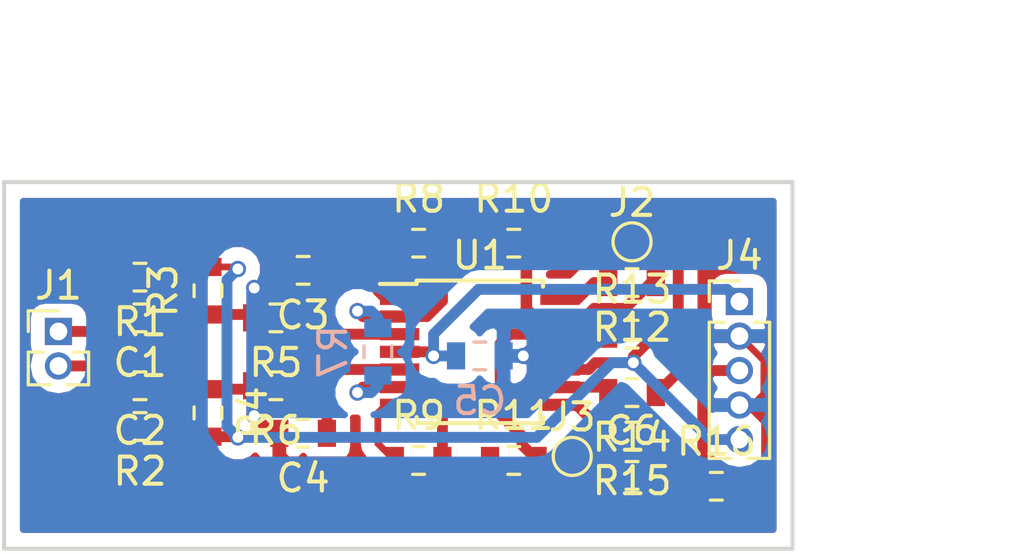
<source format=kicad_pcb>
(kicad_pcb (version 4) (host pcbnew 4.0.7-e2-6376~58~ubuntu16.04.1)

  (general
    (links 48)
    (no_connects 0)
    (area 123.924999 94.424999 153.075001 108.075001)
    (thickness 1.6)
    (drawings 8)
    (tracks 235)
    (zones 0)
    (modules 27)
    (nets 20)
  )

  (page A4)
  (layers
    (0 F.Cu signal)
    (31 B.Cu signal)
    (32 B.Adhes user)
    (33 F.Adhes user)
    (34 B.Paste user)
    (35 F.Paste user)
    (36 B.SilkS user)
    (37 F.SilkS user)
    (38 B.Mask user)
    (39 F.Mask user)
    (40 Dwgs.User user)
    (41 Cmts.User user)
    (42 Eco1.User user)
    (43 Eco2.User user)
    (44 Edge.Cuts user)
    (45 Margin user)
    (46 B.CrtYd user)
    (47 F.CrtYd user)
    (48 B.Fab user)
    (49 F.Fab user)
  )

  (setup
    (last_trace_width 0.4)
    (user_trace_width 0.4)
    (trace_clearance 0.2)
    (zone_clearance 0.508)
    (zone_45_only no)
    (trace_min 0.2)
    (segment_width 0.2)
    (edge_width 0.15)
    (via_size 0.6)
    (via_drill 0.4)
    (via_min_size 0.4)
    (via_min_drill 0.3)
    (uvia_size 0.3)
    (uvia_drill 0.1)
    (uvias_allowed no)
    (uvia_min_size 0.2)
    (uvia_min_drill 0.1)
    (pcb_text_width 0.3)
    (pcb_text_size 1.5 1.5)
    (mod_edge_width 0.15)
    (mod_text_size 1 1)
    (mod_text_width 0.15)
    (pad_size 1.524 1.524)
    (pad_drill 0.762)
    (pad_to_mask_clearance 0.2)
    (aux_axis_origin 0 0)
    (visible_elements FFFFFF1F)
    (pcbplotparams
      (layerselection 0x00030_80000001)
      (usegerberextensions false)
      (excludeedgelayer true)
      (linewidth 0.100000)
      (plotframeref false)
      (viasonmask false)
      (mode 1)
      (useauxorigin false)
      (hpglpennumber 1)
      (hpglpenspeed 20)
      (hpglpendiameter 15)
      (hpglpenoverlay 2)
      (psnegative false)
      (psa4output false)
      (plotreference true)
      (plotvalue true)
      (plotinvisibletext false)
      (padsonsilk false)
      (subtractmaskfromsilk false)
      (outputformat 1)
      (mirror false)
      (drillshape 1)
      (scaleselection 1)
      (outputdirectory ""))
  )

  (net 0 "")
  (net 1 "Net-(C1-Pad1)")
  (net 2 "Net-(C1-Pad2)")
  (net 3 "Net-(C2-Pad1)")
  (net 4 "Net-(C2-Pad2)")
  (net 5 "Net-(C3-Pad1)")
  (net 6 GNDA)
  (net 7 "Net-(C4-Pad1)")
  (net 8 VDDA)
  (net 9 /out)
  (net 10 "Net-(C6-Pad2)")
  (net 11 "Net-(J2-Pad1)")
  (net 12 /v_ref)
  (net 13 "Net-(R7-Pad1)")
  (net 14 "Net-(R7-Pad2)")
  (net 15 "Net-(R10-Pad1)")
  (net 16 "Net-(R11-Pad1)")
  (net 17 "Net-(R10-Pad2)")
  (net 18 "Net-(R11-Pad2)")
  (net 19 "Net-(C6-Pad1)")

  (net_class Default "This is the default net class."
    (clearance 0.2)
    (trace_width 0.25)
    (via_dia 0.6)
    (via_drill 0.4)
    (uvia_dia 0.3)
    (uvia_drill 0.1)
    (add_net /out)
    (add_net /v_ref)
    (add_net GNDA)
    (add_net "Net-(C1-Pad1)")
    (add_net "Net-(C1-Pad2)")
    (add_net "Net-(C2-Pad1)")
    (add_net "Net-(C2-Pad2)")
    (add_net "Net-(C3-Pad1)")
    (add_net "Net-(C4-Pad1)")
    (add_net "Net-(C6-Pad1)")
    (add_net "Net-(C6-Pad2)")
    (add_net "Net-(J2-Pad1)")
    (add_net "Net-(R10-Pad1)")
    (add_net "Net-(R10-Pad2)")
    (add_net "Net-(R11-Pad1)")
    (add_net "Net-(R11-Pad2)")
    (add_net "Net-(R7-Pad1)")
    (add_net "Net-(R7-Pad2)")
    (add_net VDDA)
  )

  (module Capacitor_SMD:C_0603_1608Metric (layer F.Cu) (tedit 59FE48B8) (tstamp 5BA04ABB)
    (at 129 99.5 180)
    (descr "Capacitor SMD 0603 (1608 Metric), square (rectangular) end terminal, IPC_7351 nominal, (Body size source: http://www.tortai-tech.com/upload/download/2011102023233369053.pdf), generated with kicad-footprint-generator")
    (tags capacitor)
    (path /5BA06126)
    (attr smd)
    (fp_text reference C1 (at 0 -1.65 180) (layer F.SilkS)
      (effects (font (size 1 1) (thickness 0.15)))
    )
    (fp_text value 22n (at 0 1.65 180) (layer F.Fab)
      (effects (font (size 1 1) (thickness 0.15)))
    )
    (fp_line (start -0.8 0.4) (end -0.8 -0.4) (layer F.Fab) (width 0.1))
    (fp_line (start -0.8 -0.4) (end 0.8 -0.4) (layer F.Fab) (width 0.1))
    (fp_line (start 0.8 -0.4) (end 0.8 0.4) (layer F.Fab) (width 0.1))
    (fp_line (start 0.8 0.4) (end -0.8 0.4) (layer F.Fab) (width 0.1))
    (fp_line (start -0.22 -0.51) (end 0.22 -0.51) (layer F.SilkS) (width 0.12))
    (fp_line (start -0.22 0.51) (end 0.22 0.51) (layer F.SilkS) (width 0.12))
    (fp_line (start -1.46 0.75) (end -1.46 -0.75) (layer F.CrtYd) (width 0.05))
    (fp_line (start -1.46 -0.75) (end 1.46 -0.75) (layer F.CrtYd) (width 0.05))
    (fp_line (start 1.46 -0.75) (end 1.46 0.75) (layer F.CrtYd) (width 0.05))
    (fp_line (start 1.46 0.75) (end -1.46 0.75) (layer F.CrtYd) (width 0.05))
    (fp_text user %R (at 0 0 180) (layer F.Fab)
      (effects (font (size 0.5 0.5) (thickness 0.08)))
    )
    (pad 1 smd rect (at -0.875 0 180) (size 0.67 1) (layers F.Cu F.Paste F.Mask)
      (net 1 "Net-(C1-Pad1)"))
    (pad 2 smd rect (at 0.875 0 180) (size 0.67 1) (layers F.Cu F.Paste F.Mask)
      (net 2 "Net-(C1-Pad2)"))
    (model ${KISYS3DMOD}/Capacitor_SMD.3dshapes/C_0603_1608Metric.wrl
      (at (xyz 0 0 0))
      (scale (xyz 1 1 1))
      (rotate (xyz 0 0 0))
    )
  )

  (module Capacitor_SMD:C_0603_1608Metric (layer F.Cu) (tedit 59FE48B8) (tstamp 5BA04ACC)
    (at 129 102 180)
    (descr "Capacitor SMD 0603 (1608 Metric), square (rectangular) end terminal, IPC_7351 nominal, (Body size source: http://www.tortai-tech.com/upload/download/2011102023233369053.pdf), generated with kicad-footprint-generator")
    (tags capacitor)
    (path /5BA06127)
    (attr smd)
    (fp_text reference C2 (at 0 -1.65 180) (layer F.SilkS)
      (effects (font (size 1 1) (thickness 0.15)))
    )
    (fp_text value 22n (at 0 1.65 180) (layer F.Fab)
      (effects (font (size 1 1) (thickness 0.15)))
    )
    (fp_line (start -0.8 0.4) (end -0.8 -0.4) (layer F.Fab) (width 0.1))
    (fp_line (start -0.8 -0.4) (end 0.8 -0.4) (layer F.Fab) (width 0.1))
    (fp_line (start 0.8 -0.4) (end 0.8 0.4) (layer F.Fab) (width 0.1))
    (fp_line (start 0.8 0.4) (end -0.8 0.4) (layer F.Fab) (width 0.1))
    (fp_line (start -0.22 -0.51) (end 0.22 -0.51) (layer F.SilkS) (width 0.12))
    (fp_line (start -0.22 0.51) (end 0.22 0.51) (layer F.SilkS) (width 0.12))
    (fp_line (start -1.46 0.75) (end -1.46 -0.75) (layer F.CrtYd) (width 0.05))
    (fp_line (start -1.46 -0.75) (end 1.46 -0.75) (layer F.CrtYd) (width 0.05))
    (fp_line (start 1.46 -0.75) (end 1.46 0.75) (layer F.CrtYd) (width 0.05))
    (fp_line (start 1.46 0.75) (end -1.46 0.75) (layer F.CrtYd) (width 0.05))
    (fp_text user %R (at 0 0 180) (layer F.Fab)
      (effects (font (size 0.5 0.5) (thickness 0.08)))
    )
    (pad 1 smd rect (at -0.875 0 180) (size 0.67 1) (layers F.Cu F.Paste F.Mask)
      (net 3 "Net-(C2-Pad1)"))
    (pad 2 smd rect (at 0.875 0 180) (size 0.67 1) (layers F.Cu F.Paste F.Mask)
      (net 4 "Net-(C2-Pad2)"))
    (model ${KISYS3DMOD}/Capacitor_SMD.3dshapes/C_0603_1608Metric.wrl
      (at (xyz 0 0 0))
      (scale (xyz 1 1 1))
      (rotate (xyz 0 0 0))
    )
  )

  (module Capacitor_SMD:C_0603_1608Metric (layer F.Cu) (tedit 59FE48B8) (tstamp 5BA04ADD)
    (at 135 97.75 180)
    (descr "Capacitor SMD 0603 (1608 Metric), square (rectangular) end terminal, IPC_7351 nominal, (Body size source: http://www.tortai-tech.com/upload/download/2011102023233369053.pdf), generated with kicad-footprint-generator")
    (tags capacitor)
    (path /5BA0611E)
    (attr smd)
    (fp_text reference C3 (at 0 -1.65 180) (layer F.SilkS)
      (effects (font (size 1 1) (thickness 0.15)))
    )
    (fp_text value 100n (at 0 1.65 180) (layer F.Fab)
      (effects (font (size 1 1) (thickness 0.15)))
    )
    (fp_line (start -0.8 0.4) (end -0.8 -0.4) (layer F.Fab) (width 0.1))
    (fp_line (start -0.8 -0.4) (end 0.8 -0.4) (layer F.Fab) (width 0.1))
    (fp_line (start 0.8 -0.4) (end 0.8 0.4) (layer F.Fab) (width 0.1))
    (fp_line (start 0.8 0.4) (end -0.8 0.4) (layer F.Fab) (width 0.1))
    (fp_line (start -0.22 -0.51) (end 0.22 -0.51) (layer F.SilkS) (width 0.12))
    (fp_line (start -0.22 0.51) (end 0.22 0.51) (layer F.SilkS) (width 0.12))
    (fp_line (start -1.46 0.75) (end -1.46 -0.75) (layer F.CrtYd) (width 0.05))
    (fp_line (start -1.46 -0.75) (end 1.46 -0.75) (layer F.CrtYd) (width 0.05))
    (fp_line (start 1.46 -0.75) (end 1.46 0.75) (layer F.CrtYd) (width 0.05))
    (fp_line (start 1.46 0.75) (end -1.46 0.75) (layer F.CrtYd) (width 0.05))
    (fp_text user %R (at 0 0 180) (layer F.Fab)
      (effects (font (size 0.5 0.5) (thickness 0.08)))
    )
    (pad 1 smd rect (at -0.875 0 180) (size 0.67 1) (layers F.Cu F.Paste F.Mask)
      (net 5 "Net-(C3-Pad1)"))
    (pad 2 smd rect (at 0.875 0 180) (size 0.67 1) (layers F.Cu F.Paste F.Mask)
      (net 6 GNDA))
    (model ${KISYS3DMOD}/Capacitor_SMD.3dshapes/C_0603_1608Metric.wrl
      (at (xyz 0 0 0))
      (scale (xyz 1 1 1))
      (rotate (xyz 0 0 0))
    )
  )

  (module Capacitor_SMD:C_0603_1608Metric (layer F.Cu) (tedit 59FE48B8) (tstamp 5BA04AEE)
    (at 135 103.75 180)
    (descr "Capacitor SMD 0603 (1608 Metric), square (rectangular) end terminal, IPC_7351 nominal, (Body size source: http://www.tortai-tech.com/upload/download/2011102023233369053.pdf), generated with kicad-footprint-generator")
    (tags capacitor)
    (path /5BA06120)
    (attr smd)
    (fp_text reference C4 (at 0 -1.65 180) (layer F.SilkS)
      (effects (font (size 1 1) (thickness 0.15)))
    )
    (fp_text value 100n (at 0 1.65 180) (layer F.Fab)
      (effects (font (size 1 1) (thickness 0.15)))
    )
    (fp_line (start -0.8 0.4) (end -0.8 -0.4) (layer F.Fab) (width 0.1))
    (fp_line (start -0.8 -0.4) (end 0.8 -0.4) (layer F.Fab) (width 0.1))
    (fp_line (start 0.8 -0.4) (end 0.8 0.4) (layer F.Fab) (width 0.1))
    (fp_line (start 0.8 0.4) (end -0.8 0.4) (layer F.Fab) (width 0.1))
    (fp_line (start -0.22 -0.51) (end 0.22 -0.51) (layer F.SilkS) (width 0.12))
    (fp_line (start -0.22 0.51) (end 0.22 0.51) (layer F.SilkS) (width 0.12))
    (fp_line (start -1.46 0.75) (end -1.46 -0.75) (layer F.CrtYd) (width 0.05))
    (fp_line (start -1.46 -0.75) (end 1.46 -0.75) (layer F.CrtYd) (width 0.05))
    (fp_line (start 1.46 -0.75) (end 1.46 0.75) (layer F.CrtYd) (width 0.05))
    (fp_line (start 1.46 0.75) (end -1.46 0.75) (layer F.CrtYd) (width 0.05))
    (fp_text user %R (at 0 0 180) (layer F.Fab)
      (effects (font (size 0.5 0.5) (thickness 0.08)))
    )
    (pad 1 smd rect (at -0.875 0 180) (size 0.67 1) (layers F.Cu F.Paste F.Mask)
      (net 7 "Net-(C4-Pad1)"))
    (pad 2 smd rect (at 0.875 0 180) (size 0.67 1) (layers F.Cu F.Paste F.Mask)
      (net 6 GNDA))
    (model ${KISYS3DMOD}/Capacitor_SMD.3dshapes/C_0603_1608Metric.wrl
      (at (xyz 0 0 0))
      (scale (xyz 1 1 1))
      (rotate (xyz 0 0 0))
    )
  )

  (module Capacitor_SMD:C_0603_1608Metric (layer B.Cu) (tedit 59FE48B8) (tstamp 5BA04AFF)
    (at 141.5 100.9)
    (descr "Capacitor SMD 0603 (1608 Metric), square (rectangular) end terminal, IPC_7351 nominal, (Body size source: http://www.tortai-tech.com/upload/download/2011102023233369053.pdf), generated with kicad-footprint-generator")
    (tags capacitor)
    (path /5BA0610C)
    (attr smd)
    (fp_text reference C5 (at 0 1.65) (layer B.SilkS)
      (effects (font (size 1 1) (thickness 0.15)) (justify mirror))
    )
    (fp_text value 2n2 (at 0 -1.65) (layer B.Fab)
      (effects (font (size 1 1) (thickness 0.15)) (justify mirror))
    )
    (fp_line (start -0.8 -0.4) (end -0.8 0.4) (layer B.Fab) (width 0.1))
    (fp_line (start -0.8 0.4) (end 0.8 0.4) (layer B.Fab) (width 0.1))
    (fp_line (start 0.8 0.4) (end 0.8 -0.4) (layer B.Fab) (width 0.1))
    (fp_line (start 0.8 -0.4) (end -0.8 -0.4) (layer B.Fab) (width 0.1))
    (fp_line (start -0.22 0.51) (end 0.22 0.51) (layer B.SilkS) (width 0.12))
    (fp_line (start -0.22 -0.51) (end 0.22 -0.51) (layer B.SilkS) (width 0.12))
    (fp_line (start -1.46 -0.75) (end -1.46 0.75) (layer B.CrtYd) (width 0.05))
    (fp_line (start -1.46 0.75) (end 1.46 0.75) (layer B.CrtYd) (width 0.05))
    (fp_line (start 1.46 0.75) (end 1.46 -0.75) (layer B.CrtYd) (width 0.05))
    (fp_line (start 1.46 -0.75) (end -1.46 -0.75) (layer B.CrtYd) (width 0.05))
    (fp_text user %R (at 0 0) (layer B.Fab)
      (effects (font (size 0.5 0.5) (thickness 0.08)) (justify mirror))
    )
    (pad 1 smd rect (at -0.875 0) (size 0.67 1) (layers B.Cu B.Paste B.Mask)
      (net 8 VDDA))
    (pad 2 smd rect (at 0.875 0) (size 0.67 1) (layers B.Cu B.Paste B.Mask)
      (net 6 GNDA))
    (model ${KISYS3DMOD}/Capacitor_SMD.3dshapes/C_0603_1608Metric.wrl
      (at (xyz 0 0 0))
      (scale (xyz 1 1 1))
      (rotate (xyz 0 0 0))
    )
  )

  (module Capacitor_SMD:C_0603_1608Metric (layer F.Cu) (tedit 59FE48B8) (tstamp 5BA04B10)
    (at 147.1 105.3)
    (descr "Capacitor SMD 0603 (1608 Metric), square (rectangular) end terminal, IPC_7351 nominal, (Body size source: http://www.tortai-tech.com/upload/download/2011102023233369053.pdf), generated with kicad-footprint-generator")
    (tags capacitor)
    (path /5BA0611D)
    (attr smd)
    (fp_text reference C6 (at 0 -1.65) (layer F.SilkS)
      (effects (font (size 1 1) (thickness 0.15)))
    )
    (fp_text value 100n (at 0 1.65) (layer F.Fab)
      (effects (font (size 1 1) (thickness 0.15)))
    )
    (fp_line (start -0.8 0.4) (end -0.8 -0.4) (layer F.Fab) (width 0.1))
    (fp_line (start -0.8 -0.4) (end 0.8 -0.4) (layer F.Fab) (width 0.1))
    (fp_line (start 0.8 -0.4) (end 0.8 0.4) (layer F.Fab) (width 0.1))
    (fp_line (start 0.8 0.4) (end -0.8 0.4) (layer F.Fab) (width 0.1))
    (fp_line (start -0.22 -0.51) (end 0.22 -0.51) (layer F.SilkS) (width 0.12))
    (fp_line (start -0.22 0.51) (end 0.22 0.51) (layer F.SilkS) (width 0.12))
    (fp_line (start -1.46 0.75) (end -1.46 -0.75) (layer F.CrtYd) (width 0.05))
    (fp_line (start -1.46 -0.75) (end 1.46 -0.75) (layer F.CrtYd) (width 0.05))
    (fp_line (start 1.46 -0.75) (end 1.46 0.75) (layer F.CrtYd) (width 0.05))
    (fp_line (start 1.46 0.75) (end -1.46 0.75) (layer F.CrtYd) (width 0.05))
    (fp_text user %R (at 0 0) (layer F.Fab)
      (effects (font (size 0.5 0.5) (thickness 0.08)))
    )
    (pad 1 smd rect (at -0.875 0) (size 0.67 1) (layers F.Cu F.Paste F.Mask)
      (net 19 "Net-(C6-Pad1)"))
    (pad 2 smd rect (at 0.875 0) (size 0.67 1) (layers F.Cu F.Paste F.Mask)
      (net 10 "Net-(C6-Pad2)"))
    (model ${KISYS3DMOD}/Capacitor_SMD.3dshapes/C_0603_1608Metric.wrl
      (at (xyz 0 0 0))
      (scale (xyz 1 1 1))
      (rotate (xyz 0 0 0))
    )
  )

  (module Pin_Headers:Pin_Header_Straight_1x02_Pitch1.27mm (layer F.Cu) (tedit 59650535) (tstamp 5BA04B16)
    (at 126 100)
    (descr "Through hole straight pin header, 1x02, 1.27mm pitch, single row")
    (tags "Through hole pin header THT 1x02 1.27mm single row")
    (path /5BA07CB0)
    (fp_text reference J1 (at 0 -1.695) (layer F.SilkS)
      (effects (font (size 1 1) (thickness 0.15)))
    )
    (fp_text value in (at 0 2.965) (layer F.Fab)
      (effects (font (size 1 1) (thickness 0.15)))
    )
    (fp_line (start -0.525 -0.635) (end 1.05 -0.635) (layer F.Fab) (width 0.1))
    (fp_line (start 1.05 -0.635) (end 1.05 1.905) (layer F.Fab) (width 0.1))
    (fp_line (start 1.05 1.905) (end -1.05 1.905) (layer F.Fab) (width 0.1))
    (fp_line (start -1.05 1.905) (end -1.05 -0.11) (layer F.Fab) (width 0.1))
    (fp_line (start -1.05 -0.11) (end -0.525 -0.635) (layer F.Fab) (width 0.1))
    (fp_line (start -1.11 1.965) (end -0.30753 1.965) (layer F.SilkS) (width 0.12))
    (fp_line (start 0.30753 1.965) (end 1.11 1.965) (layer F.SilkS) (width 0.12))
    (fp_line (start -1.11 0.76) (end -1.11 1.965) (layer F.SilkS) (width 0.12))
    (fp_line (start 1.11 0.76) (end 1.11 1.965) (layer F.SilkS) (width 0.12))
    (fp_line (start -1.11 0.76) (end -0.563471 0.76) (layer F.SilkS) (width 0.12))
    (fp_line (start 0.563471 0.76) (end 1.11 0.76) (layer F.SilkS) (width 0.12))
    (fp_line (start -1.11 0) (end -1.11 -0.76) (layer F.SilkS) (width 0.12))
    (fp_line (start -1.11 -0.76) (end 0 -0.76) (layer F.SilkS) (width 0.12))
    (fp_line (start -1.55 -1.15) (end -1.55 2.45) (layer F.CrtYd) (width 0.05))
    (fp_line (start -1.55 2.45) (end 1.55 2.45) (layer F.CrtYd) (width 0.05))
    (fp_line (start 1.55 2.45) (end 1.55 -1.15) (layer F.CrtYd) (width 0.05))
    (fp_line (start 1.55 -1.15) (end -1.55 -1.15) (layer F.CrtYd) (width 0.05))
    (fp_text user %R (at 0 0.635 90) (layer F.Fab)
      (effects (font (size 1 1) (thickness 0.15)))
    )
    (pad 1 thru_hole rect (at 0 0) (size 1 1) (drill 0.65) (layers *.Cu *.Mask)
      (net 2 "Net-(C1-Pad2)"))
    (pad 2 thru_hole oval (at 0 1.27) (size 1 1) (drill 0.65) (layers *.Cu *.Mask)
      (net 4 "Net-(C2-Pad2)"))
    (model ${KISYS3DMOD}/Pin_Headers.3dshapes/Pin_Header_Straight_1x02_Pitch1.27mm.wrl
      (at (xyz 0 0 0))
      (scale (xyz 1 1 1))
      (rotate (xyz 0 0 0))
    )
  )

  (module TestPoint:TestPoint_Pad_D1.0mm (layer F.Cu) (tedit 5A0F774F) (tstamp 5BA04B1E)
    (at 147.1 96.7)
    (descr "SMD pad as test Point, diameter 1.0mm")
    (tags "test point SMD pad")
    (path /5BA0612A)
    (attr virtual)
    (fp_text reference J2 (at 0 -1.448) (layer F.SilkS)
      (effects (font (size 1 1) (thickness 0.15)))
    )
    (fp_text value T1 (at 0 1.55) (layer F.Fab)
      (effects (font (size 1 1) (thickness 0.15)))
    )
    (fp_text user %R (at 0 -1.45) (layer F.Fab)
      (effects (font (size 1 1) (thickness 0.15)))
    )
    (fp_circle (center 0 0) (end 1 0) (layer F.CrtYd) (width 0.05))
    (fp_circle (center 0 0) (end 0 0.7) (layer F.SilkS) (width 0.12))
    (pad 1 smd circle (at 0 0) (size 1 1) (layers F.Cu F.Mask)
      (net 11 "Net-(J2-Pad1)"))
  )

  (module TestPoint:TestPoint_Pad_D1.0mm (layer F.Cu) (tedit 5A0F774F) (tstamp 5BA04B26)
    (at 144.9 104.6)
    (descr "SMD pad as test Point, diameter 1.0mm")
    (tags "test point SMD pad")
    (path /5BA0612B)
    (attr virtual)
    (fp_text reference J3 (at 0 -1.448) (layer F.SilkS)
      (effects (font (size 1 1) (thickness 0.15)))
    )
    (fp_text value T2 (at 0 1.55) (layer F.Fab)
      (effects (font (size 1 1) (thickness 0.15)))
    )
    (fp_text user %R (at 0 -1.45) (layer F.Fab)
      (effects (font (size 1 1) (thickness 0.15)))
    )
    (fp_circle (center 0 0) (end 1 0) (layer F.CrtYd) (width 0.05))
    (fp_circle (center 0 0) (end 0 0.7) (layer F.SilkS) (width 0.12))
    (pad 1 smd circle (at 0 0) (size 1 1) (layers F.Cu F.Mask)
      (net 19 "Net-(C6-Pad1)"))
  )

  (module Pin_Headers:Pin_Header_Straight_1x05_Pitch1.27mm (layer F.Cu) (tedit 59650535) (tstamp 5BA04B2F)
    (at 151.05 98.9)
    (descr "Through hole straight pin header, 1x05, 1.27mm pitch, single row")
    (tags "Through hole pin header THT 1x05 1.27mm single row")
    (path /5BA08AEF)
    (fp_text reference J4 (at 0 -1.695) (layer F.SilkS)
      (effects (font (size 1 1) (thickness 0.15)))
    )
    (fp_text value Conn_01x05 (at 0 6.775) (layer F.Fab)
      (effects (font (size 1 1) (thickness 0.15)))
    )
    (fp_line (start -0.525 -0.635) (end 1.05 -0.635) (layer F.Fab) (width 0.1))
    (fp_line (start 1.05 -0.635) (end 1.05 5.715) (layer F.Fab) (width 0.1))
    (fp_line (start 1.05 5.715) (end -1.05 5.715) (layer F.Fab) (width 0.1))
    (fp_line (start -1.05 5.715) (end -1.05 -0.11) (layer F.Fab) (width 0.1))
    (fp_line (start -1.05 -0.11) (end -0.525 -0.635) (layer F.Fab) (width 0.1))
    (fp_line (start -1.11 5.775) (end -0.30753 5.775) (layer F.SilkS) (width 0.12))
    (fp_line (start 0.30753 5.775) (end 1.11 5.775) (layer F.SilkS) (width 0.12))
    (fp_line (start -1.11 0.76) (end -1.11 5.775) (layer F.SilkS) (width 0.12))
    (fp_line (start 1.11 0.76) (end 1.11 5.775) (layer F.SilkS) (width 0.12))
    (fp_line (start -1.11 0.76) (end -0.563471 0.76) (layer F.SilkS) (width 0.12))
    (fp_line (start 0.563471 0.76) (end 1.11 0.76) (layer F.SilkS) (width 0.12))
    (fp_line (start -1.11 0) (end -1.11 -0.76) (layer F.SilkS) (width 0.12))
    (fp_line (start -1.11 -0.76) (end 0 -0.76) (layer F.SilkS) (width 0.12))
    (fp_line (start -1.55 -1.15) (end -1.55 6.25) (layer F.CrtYd) (width 0.05))
    (fp_line (start -1.55 6.25) (end 1.55 6.25) (layer F.CrtYd) (width 0.05))
    (fp_line (start 1.55 6.25) (end 1.55 -1.15) (layer F.CrtYd) (width 0.05))
    (fp_line (start 1.55 -1.15) (end -1.55 -1.15) (layer F.CrtYd) (width 0.05))
    (fp_text user %R (at 0 2.54 90) (layer F.Fab)
      (effects (font (size 1 1) (thickness 0.15)))
    )
    (pad 1 thru_hole rect (at 0 0) (size 1 1) (drill 0.65) (layers *.Cu *.Mask)
      (net 8 VDDA))
    (pad 2 thru_hole oval (at 0 1.27) (size 1 1) (drill 0.65) (layers *.Cu *.Mask)
      (net 6 GNDA))
    (pad 3 thru_hole oval (at 0 2.54) (size 1 1) (drill 0.65) (layers *.Cu *.Mask)
      (net 9 /out))
    (pad 4 thru_hole oval (at 0 3.81) (size 1 1) (drill 0.65) (layers *.Cu *.Mask)
      (net 6 GNDA))
    (pad 5 thru_hole oval (at 0 5.08) (size 1 1) (drill 0.65) (layers *.Cu *.Mask)
      (net 12 /v_ref))
    (model ${KISYS3DMOD}/Pin_Headers.3dshapes/Pin_Header_Straight_1x05_Pitch1.27mm.wrl
      (at (xyz 0 0 0))
      (scale (xyz 1 1 1))
      (rotate (xyz 0 0 0))
    )
  )

  (module Resistor_SMD:R_0603_1608Metric (layer F.Cu) (tedit 59FE48B8) (tstamp 5BA04B40)
    (at 129 98 180)
    (descr "Resistor SMD 0603 (1608 Metric), square (rectangular) end terminal, IPC_7351 nominal, (Body size source: http://www.tortai-tech.com/upload/download/2011102023233369053.pdf), generated with kicad-footprint-generator")
    (tags resistor)
    (path /5BA0612C)
    (attr smd)
    (fp_text reference R1 (at 0 -1.65 180) (layer F.SilkS)
      (effects (font (size 1 1) (thickness 0.15)))
    )
    (fp_text value "1k5 1%" (at 0 1.65 180) (layer F.Fab)
      (effects (font (size 1 1) (thickness 0.15)))
    )
    (fp_line (start -0.8 0.4) (end -0.8 -0.4) (layer F.Fab) (width 0.1))
    (fp_line (start -0.8 -0.4) (end 0.8 -0.4) (layer F.Fab) (width 0.1))
    (fp_line (start 0.8 -0.4) (end 0.8 0.4) (layer F.Fab) (width 0.1))
    (fp_line (start 0.8 0.4) (end -0.8 0.4) (layer F.Fab) (width 0.1))
    (fp_line (start -0.22 -0.51) (end 0.22 -0.51) (layer F.SilkS) (width 0.12))
    (fp_line (start -0.22 0.51) (end 0.22 0.51) (layer F.SilkS) (width 0.12))
    (fp_line (start -1.46 0.75) (end -1.46 -0.75) (layer F.CrtYd) (width 0.05))
    (fp_line (start -1.46 -0.75) (end 1.46 -0.75) (layer F.CrtYd) (width 0.05))
    (fp_line (start 1.46 -0.75) (end 1.46 0.75) (layer F.CrtYd) (width 0.05))
    (fp_line (start 1.46 0.75) (end -1.46 0.75) (layer F.CrtYd) (width 0.05))
    (fp_text user %R (at 0 0 180) (layer F.Fab)
      (effects (font (size 0.5 0.5) (thickness 0.08)))
    )
    (pad 1 smd rect (at -0.875 0 180) (size 0.67 1) (layers F.Cu F.Paste F.Mask)
      (net 1 "Net-(C1-Pad1)"))
    (pad 2 smd rect (at 0.875 0 180) (size 0.67 1) (layers F.Cu F.Paste F.Mask)
      (net 2 "Net-(C1-Pad2)"))
    (model ${KISYS3DMOD}/Resistor_SMD.3dshapes/R_0603_1608Metric.wrl
      (at (xyz 0 0 0))
      (scale (xyz 1 1 1))
      (rotate (xyz 0 0 0))
    )
  )

  (module Resistor_SMD:R_0603_1608Metric (layer F.Cu) (tedit 59FE48B8) (tstamp 5BA04B51)
    (at 129 103.5 180)
    (descr "Resistor SMD 0603 (1608 Metric), square (rectangular) end terminal, IPC_7351 nominal, (Body size source: http://www.tortai-tech.com/upload/download/2011102023233369053.pdf), generated with kicad-footprint-generator")
    (tags resistor)
    (path /5BA0612D)
    (attr smd)
    (fp_text reference R2 (at 0 -1.65 180) (layer F.SilkS)
      (effects (font (size 1 1) (thickness 0.15)))
    )
    (fp_text value "1k5 1%" (at 0 1.65 180) (layer F.Fab)
      (effects (font (size 1 1) (thickness 0.15)))
    )
    (fp_line (start -0.8 0.4) (end -0.8 -0.4) (layer F.Fab) (width 0.1))
    (fp_line (start -0.8 -0.4) (end 0.8 -0.4) (layer F.Fab) (width 0.1))
    (fp_line (start 0.8 -0.4) (end 0.8 0.4) (layer F.Fab) (width 0.1))
    (fp_line (start 0.8 0.4) (end -0.8 0.4) (layer F.Fab) (width 0.1))
    (fp_line (start -0.22 -0.51) (end 0.22 -0.51) (layer F.SilkS) (width 0.12))
    (fp_line (start -0.22 0.51) (end 0.22 0.51) (layer F.SilkS) (width 0.12))
    (fp_line (start -1.46 0.75) (end -1.46 -0.75) (layer F.CrtYd) (width 0.05))
    (fp_line (start -1.46 -0.75) (end 1.46 -0.75) (layer F.CrtYd) (width 0.05))
    (fp_line (start 1.46 -0.75) (end 1.46 0.75) (layer F.CrtYd) (width 0.05))
    (fp_line (start 1.46 0.75) (end -1.46 0.75) (layer F.CrtYd) (width 0.05))
    (fp_text user %R (at 0 0 180) (layer F.Fab)
      (effects (font (size 0.5 0.5) (thickness 0.08)))
    )
    (pad 1 smd rect (at -0.875 0 180) (size 0.67 1) (layers F.Cu F.Paste F.Mask)
      (net 3 "Net-(C2-Pad1)"))
    (pad 2 smd rect (at 0.875 0 180) (size 0.67 1) (layers F.Cu F.Paste F.Mask)
      (net 4 "Net-(C2-Pad2)"))
    (model ${KISYS3DMOD}/Resistor_SMD.3dshapes/R_0603_1608Metric.wrl
      (at (xyz 0 0 0))
      (scale (xyz 1 1 1))
      (rotate (xyz 0 0 0))
    )
  )

  (module Resistor_SMD:R_0603_1608Metric (layer F.Cu) (tedit 59FE48B8) (tstamp 5BA04B62)
    (at 131.5 98.5 90)
    (descr "Resistor SMD 0603 (1608 Metric), square (rectangular) end terminal, IPC_7351 nominal, (Body size source: http://www.tortai-tech.com/upload/download/2011102023233369053.pdf), generated with kicad-footprint-generator")
    (tags resistor)
    (path /5BA06123)
    (attr smd)
    (fp_text reference R3 (at 0 -1.65 90) (layer F.SilkS)
      (effects (font (size 1 1) (thickness 0.15)))
    )
    (fp_text value "1M 1%" (at 0 1.65 90) (layer F.Fab)
      (effects (font (size 1 1) (thickness 0.15)))
    )
    (fp_line (start -0.8 0.4) (end -0.8 -0.4) (layer F.Fab) (width 0.1))
    (fp_line (start -0.8 -0.4) (end 0.8 -0.4) (layer F.Fab) (width 0.1))
    (fp_line (start 0.8 -0.4) (end 0.8 0.4) (layer F.Fab) (width 0.1))
    (fp_line (start 0.8 0.4) (end -0.8 0.4) (layer F.Fab) (width 0.1))
    (fp_line (start -0.22 -0.51) (end 0.22 -0.51) (layer F.SilkS) (width 0.12))
    (fp_line (start -0.22 0.51) (end 0.22 0.51) (layer F.SilkS) (width 0.12))
    (fp_line (start -1.46 0.75) (end -1.46 -0.75) (layer F.CrtYd) (width 0.05))
    (fp_line (start -1.46 -0.75) (end 1.46 -0.75) (layer F.CrtYd) (width 0.05))
    (fp_line (start 1.46 -0.75) (end 1.46 0.75) (layer F.CrtYd) (width 0.05))
    (fp_line (start 1.46 0.75) (end -1.46 0.75) (layer F.CrtYd) (width 0.05))
    (fp_text user %R (at 0 0 90) (layer F.Fab)
      (effects (font (size 0.5 0.5) (thickness 0.08)))
    )
    (pad 1 smd rect (at -0.875 0 90) (size 0.67 1) (layers F.Cu F.Paste F.Mask)
      (net 1 "Net-(C1-Pad1)"))
    (pad 2 smd rect (at 0.875 0 90) (size 0.67 1) (layers F.Cu F.Paste F.Mask)
      (net 12 /v_ref))
    (model ${KISYS3DMOD}/Resistor_SMD.3dshapes/R_0603_1608Metric.wrl
      (at (xyz 0 0 0))
      (scale (xyz 1 1 1))
      (rotate (xyz 0 0 0))
    )
  )

  (module Resistor_SMD:R_0603_1608Metric (layer F.Cu) (tedit 59FE48B8) (tstamp 5BA04B73)
    (at 131.5 103 270)
    (descr "Resistor SMD 0603 (1608 Metric), square (rectangular) end terminal, IPC_7351 nominal, (Body size source: http://www.tortai-tech.com/upload/download/2011102023233369053.pdf), generated with kicad-footprint-generator")
    (tags resistor)
    (path /5BA06125)
    (attr smd)
    (fp_text reference R4 (at 0 -1.65 270) (layer F.SilkS)
      (effects (font (size 1 1) (thickness 0.15)))
    )
    (fp_text value "1M 1%" (at 0 1.65 270) (layer F.Fab)
      (effects (font (size 1 1) (thickness 0.15)))
    )
    (fp_line (start -0.8 0.4) (end -0.8 -0.4) (layer F.Fab) (width 0.1))
    (fp_line (start -0.8 -0.4) (end 0.8 -0.4) (layer F.Fab) (width 0.1))
    (fp_line (start 0.8 -0.4) (end 0.8 0.4) (layer F.Fab) (width 0.1))
    (fp_line (start 0.8 0.4) (end -0.8 0.4) (layer F.Fab) (width 0.1))
    (fp_line (start -0.22 -0.51) (end 0.22 -0.51) (layer F.SilkS) (width 0.12))
    (fp_line (start -0.22 0.51) (end 0.22 0.51) (layer F.SilkS) (width 0.12))
    (fp_line (start -1.46 0.75) (end -1.46 -0.75) (layer F.CrtYd) (width 0.05))
    (fp_line (start -1.46 -0.75) (end 1.46 -0.75) (layer F.CrtYd) (width 0.05))
    (fp_line (start 1.46 -0.75) (end 1.46 0.75) (layer F.CrtYd) (width 0.05))
    (fp_line (start 1.46 0.75) (end -1.46 0.75) (layer F.CrtYd) (width 0.05))
    (fp_text user %R (at 0 0 270) (layer F.Fab)
      (effects (font (size 0.5 0.5) (thickness 0.08)))
    )
    (pad 1 smd rect (at -0.875 0 270) (size 0.67 1) (layers F.Cu F.Paste F.Mask)
      (net 3 "Net-(C2-Pad1)"))
    (pad 2 smd rect (at 0.875 0 270) (size 0.67 1) (layers F.Cu F.Paste F.Mask)
      (net 12 /v_ref))
    (model ${KISYS3DMOD}/Resistor_SMD.3dshapes/R_0603_1608Metric.wrl
      (at (xyz 0 0 0))
      (scale (xyz 1 1 1))
      (rotate (xyz 0 0 0))
    )
  )

  (module Resistor_SMD:R_0603_1608Metric (layer F.Cu) (tedit 59FE48B8) (tstamp 5BA04B84)
    (at 134 99.5 180)
    (descr "Resistor SMD 0603 (1608 Metric), square (rectangular) end terminal, IPC_7351 nominal, (Body size source: http://www.tortai-tech.com/upload/download/2011102023233369053.pdf), generated with kicad-footprint-generator")
    (tags resistor)
    (path /5BA06122)
    (attr smd)
    (fp_text reference R5 (at 0 -1.65 180) (layer F.SilkS)
      (effects (font (size 1 1) (thickness 0.15)))
    )
    (fp_text value "1k5 1%" (at 0 1.65 180) (layer F.Fab)
      (effects (font (size 1 1) (thickness 0.15)))
    )
    (fp_line (start -0.8 0.4) (end -0.8 -0.4) (layer F.Fab) (width 0.1))
    (fp_line (start -0.8 -0.4) (end 0.8 -0.4) (layer F.Fab) (width 0.1))
    (fp_line (start 0.8 -0.4) (end 0.8 0.4) (layer F.Fab) (width 0.1))
    (fp_line (start 0.8 0.4) (end -0.8 0.4) (layer F.Fab) (width 0.1))
    (fp_line (start -0.22 -0.51) (end 0.22 -0.51) (layer F.SilkS) (width 0.12))
    (fp_line (start -0.22 0.51) (end 0.22 0.51) (layer F.SilkS) (width 0.12))
    (fp_line (start -1.46 0.75) (end -1.46 -0.75) (layer F.CrtYd) (width 0.05))
    (fp_line (start -1.46 -0.75) (end 1.46 -0.75) (layer F.CrtYd) (width 0.05))
    (fp_line (start 1.46 -0.75) (end 1.46 0.75) (layer F.CrtYd) (width 0.05))
    (fp_line (start 1.46 0.75) (end -1.46 0.75) (layer F.CrtYd) (width 0.05))
    (fp_text user %R (at 0 0 180) (layer F.Fab)
      (effects (font (size 0.5 0.5) (thickness 0.08)))
    )
    (pad 1 smd rect (at -0.875 0 180) (size 0.67 1) (layers F.Cu F.Paste F.Mask)
      (net 5 "Net-(C3-Pad1)"))
    (pad 2 smd rect (at 0.875 0 180) (size 0.67 1) (layers F.Cu F.Paste F.Mask)
      (net 1 "Net-(C1-Pad1)"))
    (model ${KISYS3DMOD}/Resistor_SMD.3dshapes/R_0603_1608Metric.wrl
      (at (xyz 0 0 0))
      (scale (xyz 1 1 1))
      (rotate (xyz 0 0 0))
    )
  )

  (module Resistor_SMD:R_0603_1608Metric (layer F.Cu) (tedit 59FE48B8) (tstamp 5BA04B95)
    (at 134 102 180)
    (descr "Resistor SMD 0603 (1608 Metric), square (rectangular) end terminal, IPC_7351 nominal, (Body size source: http://www.tortai-tech.com/upload/download/2011102023233369053.pdf), generated with kicad-footprint-generator")
    (tags resistor)
    (path /5BA06124)
    (attr smd)
    (fp_text reference R6 (at 0 -1.65 180) (layer F.SilkS)
      (effects (font (size 1 1) (thickness 0.15)))
    )
    (fp_text value "1k5 1%" (at 0 1.65 180) (layer F.Fab)
      (effects (font (size 1 1) (thickness 0.15)))
    )
    (fp_line (start -0.8 0.4) (end -0.8 -0.4) (layer F.Fab) (width 0.1))
    (fp_line (start -0.8 -0.4) (end 0.8 -0.4) (layer F.Fab) (width 0.1))
    (fp_line (start 0.8 -0.4) (end 0.8 0.4) (layer F.Fab) (width 0.1))
    (fp_line (start 0.8 0.4) (end -0.8 0.4) (layer F.Fab) (width 0.1))
    (fp_line (start -0.22 -0.51) (end 0.22 -0.51) (layer F.SilkS) (width 0.12))
    (fp_line (start -0.22 0.51) (end 0.22 0.51) (layer F.SilkS) (width 0.12))
    (fp_line (start -1.46 0.75) (end -1.46 -0.75) (layer F.CrtYd) (width 0.05))
    (fp_line (start -1.46 -0.75) (end 1.46 -0.75) (layer F.CrtYd) (width 0.05))
    (fp_line (start 1.46 -0.75) (end 1.46 0.75) (layer F.CrtYd) (width 0.05))
    (fp_line (start 1.46 0.75) (end -1.46 0.75) (layer F.CrtYd) (width 0.05))
    (fp_text user %R (at 0 0 180) (layer F.Fab)
      (effects (font (size 0.5 0.5) (thickness 0.08)))
    )
    (pad 1 smd rect (at -0.875 0 180) (size 0.67 1) (layers F.Cu F.Paste F.Mask)
      (net 7 "Net-(C4-Pad1)"))
    (pad 2 smd rect (at 0.875 0 180) (size 0.67 1) (layers F.Cu F.Paste F.Mask)
      (net 3 "Net-(C2-Pad1)"))
    (model ${KISYS3DMOD}/Resistor_SMD.3dshapes/R_0603_1608Metric.wrl
      (at (xyz 0 0 0))
      (scale (xyz 1 1 1))
      (rotate (xyz 0 0 0))
    )
  )

  (module Resistor_SMD:R_0603_1608Metric (layer B.Cu) (tedit 59FE48B8) (tstamp 5BA04BA6)
    (at 137.75 100.75 270)
    (descr "Resistor SMD 0603 (1608 Metric), square (rectangular) end terminal, IPC_7351 nominal, (Body size source: http://www.tortai-tech.com/upload/download/2011102023233369053.pdf), generated with kicad-footprint-generator")
    (tags resistor)
    (path /5BA06112)
    (attr smd)
    (fp_text reference R7 (at 0 1.65 270) (layer B.SilkS)
      (effects (font (size 1 1) (thickness 0.15)) (justify mirror))
    )
    (fp_text value "150 1%" (at 0 -1.65 270) (layer B.Fab)
      (effects (font (size 1 1) (thickness 0.15)) (justify mirror))
    )
    (fp_line (start -0.8 -0.4) (end -0.8 0.4) (layer B.Fab) (width 0.1))
    (fp_line (start -0.8 0.4) (end 0.8 0.4) (layer B.Fab) (width 0.1))
    (fp_line (start 0.8 0.4) (end 0.8 -0.4) (layer B.Fab) (width 0.1))
    (fp_line (start 0.8 -0.4) (end -0.8 -0.4) (layer B.Fab) (width 0.1))
    (fp_line (start -0.22 0.51) (end 0.22 0.51) (layer B.SilkS) (width 0.12))
    (fp_line (start -0.22 -0.51) (end 0.22 -0.51) (layer B.SilkS) (width 0.12))
    (fp_line (start -1.46 -0.75) (end -1.46 0.75) (layer B.CrtYd) (width 0.05))
    (fp_line (start -1.46 0.75) (end 1.46 0.75) (layer B.CrtYd) (width 0.05))
    (fp_line (start 1.46 0.75) (end 1.46 -0.75) (layer B.CrtYd) (width 0.05))
    (fp_line (start 1.46 -0.75) (end -1.46 -0.75) (layer B.CrtYd) (width 0.05))
    (fp_text user %R (at 0 0 270) (layer B.Fab)
      (effects (font (size 0.5 0.5) (thickness 0.08)) (justify mirror))
    )
    (pad 1 smd rect (at -0.875 0 270) (size 0.67 1) (layers B.Cu B.Paste B.Mask)
      (net 13 "Net-(R7-Pad1)"))
    (pad 2 smd rect (at 0.875 0 270) (size 0.67 1) (layers B.Cu B.Paste B.Mask)
      (net 14 "Net-(R7-Pad2)"))
    (model ${KISYS3DMOD}/Resistor_SMD.3dshapes/R_0603_1608Metric.wrl
      (at (xyz 0 0 0))
      (scale (xyz 1 1 1))
      (rotate (xyz 0 0 0))
    )
  )

  (module Resistor_SMD:R_0603_1608Metric (layer F.Cu) (tedit 59FE48B8) (tstamp 5BA04BB7)
    (at 139.25 96.75)
    (descr "Resistor SMD 0603 (1608 Metric), square (rectangular) end terminal, IPC_7351 nominal, (Body size source: http://www.tortai-tech.com/upload/download/2011102023233369053.pdf), generated with kicad-footprint-generator")
    (tags resistor)
    (path /5BA06113)
    (attr smd)
    (fp_text reference R8 (at 0 -1.65) (layer F.SilkS)
      (effects (font (size 1 1) (thickness 0.15)))
    )
    (fp_text value 47k1% (at 0 1.65) (layer F.Fab)
      (effects (font (size 1 1) (thickness 0.15)))
    )
    (fp_line (start -0.8 0.4) (end -0.8 -0.4) (layer F.Fab) (width 0.1))
    (fp_line (start -0.8 -0.4) (end 0.8 -0.4) (layer F.Fab) (width 0.1))
    (fp_line (start 0.8 -0.4) (end 0.8 0.4) (layer F.Fab) (width 0.1))
    (fp_line (start 0.8 0.4) (end -0.8 0.4) (layer F.Fab) (width 0.1))
    (fp_line (start -0.22 -0.51) (end 0.22 -0.51) (layer F.SilkS) (width 0.12))
    (fp_line (start -0.22 0.51) (end 0.22 0.51) (layer F.SilkS) (width 0.12))
    (fp_line (start -1.46 0.75) (end -1.46 -0.75) (layer F.CrtYd) (width 0.05))
    (fp_line (start -1.46 -0.75) (end 1.46 -0.75) (layer F.CrtYd) (width 0.05))
    (fp_line (start 1.46 -0.75) (end 1.46 0.75) (layer F.CrtYd) (width 0.05))
    (fp_line (start 1.46 0.75) (end -1.46 0.75) (layer F.CrtYd) (width 0.05))
    (fp_text user %R (at 0 0) (layer F.Fab)
      (effects (font (size 0.5 0.5) (thickness 0.08)))
    )
    (pad 1 smd rect (at -0.875 0) (size 0.67 1) (layers F.Cu F.Paste F.Mask)
      (net 15 "Net-(R10-Pad1)"))
    (pad 2 smd rect (at 0.875 0) (size 0.67 1) (layers F.Cu F.Paste F.Mask)
      (net 13 "Net-(R7-Pad1)"))
    (model ${KISYS3DMOD}/Resistor_SMD.3dshapes/R_0603_1608Metric.wrl
      (at (xyz 0 0 0))
      (scale (xyz 1 1 1))
      (rotate (xyz 0 0 0))
    )
  )

  (module Resistor_SMD:R_0603_1608Metric (layer F.Cu) (tedit 59FE48B8) (tstamp 5BA04BC8)
    (at 139.25 104.75)
    (descr "Resistor SMD 0603 (1608 Metric), square (rectangular) end terminal, IPC_7351 nominal, (Body size source: http://www.tortai-tech.com/upload/download/2011102023233369053.pdf), generated with kicad-footprint-generator")
    (tags resistor)
    (path /5BA06114)
    (attr smd)
    (fp_text reference R9 (at 0 -1.65) (layer F.SilkS)
      (effects (font (size 1 1) (thickness 0.15)))
    )
    (fp_text value 47k1% (at 0 1.65) (layer F.Fab)
      (effects (font (size 1 1) (thickness 0.15)))
    )
    (fp_line (start -0.8 0.4) (end -0.8 -0.4) (layer F.Fab) (width 0.1))
    (fp_line (start -0.8 -0.4) (end 0.8 -0.4) (layer F.Fab) (width 0.1))
    (fp_line (start 0.8 -0.4) (end 0.8 0.4) (layer F.Fab) (width 0.1))
    (fp_line (start 0.8 0.4) (end -0.8 0.4) (layer F.Fab) (width 0.1))
    (fp_line (start -0.22 -0.51) (end 0.22 -0.51) (layer F.SilkS) (width 0.12))
    (fp_line (start -0.22 0.51) (end 0.22 0.51) (layer F.SilkS) (width 0.12))
    (fp_line (start -1.46 0.75) (end -1.46 -0.75) (layer F.CrtYd) (width 0.05))
    (fp_line (start -1.46 -0.75) (end 1.46 -0.75) (layer F.CrtYd) (width 0.05))
    (fp_line (start 1.46 -0.75) (end 1.46 0.75) (layer F.CrtYd) (width 0.05))
    (fp_line (start 1.46 0.75) (end -1.46 0.75) (layer F.CrtYd) (width 0.05))
    (fp_text user %R (at 0 0) (layer F.Fab)
      (effects (font (size 0.5 0.5) (thickness 0.08)))
    )
    (pad 1 smd rect (at -0.875 0) (size 0.67 1) (layers F.Cu F.Paste F.Mask)
      (net 16 "Net-(R11-Pad1)"))
    (pad 2 smd rect (at 0.875 0) (size 0.67 1) (layers F.Cu F.Paste F.Mask)
      (net 14 "Net-(R7-Pad2)"))
    (model ${KISYS3DMOD}/Resistor_SMD.3dshapes/R_0603_1608Metric.wrl
      (at (xyz 0 0 0))
      (scale (xyz 1 1 1))
      (rotate (xyz 0 0 0))
    )
  )

  (module Resistor_SMD:R_0603_1608Metric (layer F.Cu) (tedit 59FE48B8) (tstamp 5BA04BD9)
    (at 142.75 96.75)
    (descr "Resistor SMD 0603 (1608 Metric), square (rectangular) end terminal, IPC_7351 nominal, (Body size source: http://www.tortai-tech.com/upload/download/2011102023233369053.pdf), generated with kicad-footprint-generator")
    (tags resistor)
    (path /5BA06116)
    (attr smd)
    (fp_text reference R10 (at 0 -1.65) (layer F.SilkS)
      (effects (font (size 1 1) (thickness 0.15)))
    )
    (fp_text value "10k 1%" (at 0 1.65) (layer F.Fab)
      (effects (font (size 1 1) (thickness 0.15)))
    )
    (fp_line (start -0.8 0.4) (end -0.8 -0.4) (layer F.Fab) (width 0.1))
    (fp_line (start -0.8 -0.4) (end 0.8 -0.4) (layer F.Fab) (width 0.1))
    (fp_line (start 0.8 -0.4) (end 0.8 0.4) (layer F.Fab) (width 0.1))
    (fp_line (start 0.8 0.4) (end -0.8 0.4) (layer F.Fab) (width 0.1))
    (fp_line (start -0.22 -0.51) (end 0.22 -0.51) (layer F.SilkS) (width 0.12))
    (fp_line (start -0.22 0.51) (end 0.22 0.51) (layer F.SilkS) (width 0.12))
    (fp_line (start -1.46 0.75) (end -1.46 -0.75) (layer F.CrtYd) (width 0.05))
    (fp_line (start -1.46 -0.75) (end 1.46 -0.75) (layer F.CrtYd) (width 0.05))
    (fp_line (start 1.46 -0.75) (end 1.46 0.75) (layer F.CrtYd) (width 0.05))
    (fp_line (start 1.46 0.75) (end -1.46 0.75) (layer F.CrtYd) (width 0.05))
    (fp_text user %R (at 0 0) (layer F.Fab)
      (effects (font (size 0.5 0.5) (thickness 0.08)))
    )
    (pad 1 smd rect (at -0.875 0) (size 0.67 1) (layers F.Cu F.Paste F.Mask)
      (net 15 "Net-(R10-Pad1)"))
    (pad 2 smd rect (at 0.875 0) (size 0.67 1) (layers F.Cu F.Paste F.Mask)
      (net 17 "Net-(R10-Pad2)"))
    (model ${KISYS3DMOD}/Resistor_SMD.3dshapes/R_0603_1608Metric.wrl
      (at (xyz 0 0 0))
      (scale (xyz 1 1 1))
      (rotate (xyz 0 0 0))
    )
  )

  (module Resistor_SMD:R_0603_1608Metric (layer F.Cu) (tedit 59FE48B8) (tstamp 5BA04BEA)
    (at 142.75 104.75)
    (descr "Resistor SMD 0603 (1608 Metric), square (rectangular) end terminal, IPC_7351 nominal, (Body size source: http://www.tortai-tech.com/upload/download/2011102023233369053.pdf), generated with kicad-footprint-generator")
    (tags resistor)
    (path /5BA06118)
    (attr smd)
    (fp_text reference R11 (at 0 -1.65) (layer F.SilkS)
      (effects (font (size 1 1) (thickness 0.15)))
    )
    (fp_text value "10k 1%" (at 0 1.65) (layer F.Fab)
      (effects (font (size 1 1) (thickness 0.15)))
    )
    (fp_line (start -0.8 0.4) (end -0.8 -0.4) (layer F.Fab) (width 0.1))
    (fp_line (start -0.8 -0.4) (end 0.8 -0.4) (layer F.Fab) (width 0.1))
    (fp_line (start 0.8 -0.4) (end 0.8 0.4) (layer F.Fab) (width 0.1))
    (fp_line (start 0.8 0.4) (end -0.8 0.4) (layer F.Fab) (width 0.1))
    (fp_line (start -0.22 -0.51) (end 0.22 -0.51) (layer F.SilkS) (width 0.12))
    (fp_line (start -0.22 0.51) (end 0.22 0.51) (layer F.SilkS) (width 0.12))
    (fp_line (start -1.46 0.75) (end -1.46 -0.75) (layer F.CrtYd) (width 0.05))
    (fp_line (start -1.46 -0.75) (end 1.46 -0.75) (layer F.CrtYd) (width 0.05))
    (fp_line (start 1.46 -0.75) (end 1.46 0.75) (layer F.CrtYd) (width 0.05))
    (fp_line (start 1.46 0.75) (end -1.46 0.75) (layer F.CrtYd) (width 0.05))
    (fp_text user %R (at 0 0) (layer F.Fab)
      (effects (font (size 0.5 0.5) (thickness 0.08)))
    )
    (pad 1 smd rect (at -0.875 0) (size 0.67 1) (layers F.Cu F.Paste F.Mask)
      (net 16 "Net-(R11-Pad1)"))
    (pad 2 smd rect (at 0.875 0) (size 0.67 1) (layers F.Cu F.Paste F.Mask)
      (net 18 "Net-(R11-Pad2)"))
    (model ${KISYS3DMOD}/Resistor_SMD.3dshapes/R_0603_1608Metric.wrl
      (at (xyz 0 0 0))
      (scale (xyz 1 1 1))
      (rotate (xyz 0 0 0))
    )
  )

  (module Resistor_SMD:R_0603_1608Metric (layer F.Cu) (tedit 59FE48B8) (tstamp 5BA04BFB)
    (at 147.1 98.2 180)
    (descr "Resistor SMD 0603 (1608 Metric), square (rectangular) end terminal, IPC_7351 nominal, (Body size source: http://www.tortai-tech.com/upload/download/2011102023233369053.pdf), generated with kicad-footprint-generator")
    (tags resistor)
    (path /5BA06119)
    (attr smd)
    (fp_text reference R12 (at 0 -1.65 180) (layer F.SilkS)
      (effects (font (size 1 1) (thickness 0.15)))
    )
    (fp_text value "10k 1%" (at 0 1.65 180) (layer F.Fab)
      (effects (font (size 1 1) (thickness 0.15)))
    )
    (fp_line (start -0.8 0.4) (end -0.8 -0.4) (layer F.Fab) (width 0.1))
    (fp_line (start -0.8 -0.4) (end 0.8 -0.4) (layer F.Fab) (width 0.1))
    (fp_line (start 0.8 -0.4) (end 0.8 0.4) (layer F.Fab) (width 0.1))
    (fp_line (start 0.8 0.4) (end -0.8 0.4) (layer F.Fab) (width 0.1))
    (fp_line (start -0.22 -0.51) (end 0.22 -0.51) (layer F.SilkS) (width 0.12))
    (fp_line (start -0.22 0.51) (end 0.22 0.51) (layer F.SilkS) (width 0.12))
    (fp_line (start -1.46 0.75) (end -1.46 -0.75) (layer F.CrtYd) (width 0.05))
    (fp_line (start -1.46 -0.75) (end 1.46 -0.75) (layer F.CrtYd) (width 0.05))
    (fp_line (start 1.46 -0.75) (end 1.46 0.75) (layer F.CrtYd) (width 0.05))
    (fp_line (start 1.46 0.75) (end -1.46 0.75) (layer F.CrtYd) (width 0.05))
    (fp_text user %R (at 0 0 180) (layer F.Fab)
      (effects (font (size 0.5 0.5) (thickness 0.08)))
    )
    (pad 1 smd rect (at -0.875 0 180) (size 0.67 1) (layers F.Cu F.Paste F.Mask)
      (net 17 "Net-(R10-Pad2)"))
    (pad 2 smd rect (at 0.875 0 180) (size 0.67 1) (layers F.Cu F.Paste F.Mask)
      (net 11 "Net-(J2-Pad1)"))
    (model ${KISYS3DMOD}/Resistor_SMD.3dshapes/R_0603_1608Metric.wrl
      (at (xyz 0 0 0))
      (scale (xyz 1 1 1))
      (rotate (xyz 0 0 0))
    )
  )

  (module Resistor_SMD:R_0603_1608Metric (layer F.Cu) (tedit 59FE48B8) (tstamp 5BA04C0C)
    (at 147.1 100.1)
    (descr "Resistor SMD 0603 (1608 Metric), square (rectangular) end terminal, IPC_7351 nominal, (Body size source: http://www.tortai-tech.com/upload/download/2011102023233369053.pdf), generated with kicad-footprint-generator")
    (tags resistor)
    (path /5BA06117)
    (attr smd)
    (fp_text reference R13 (at 0 -1.65) (layer F.SilkS)
      (effects (font (size 1 1) (thickness 0.15)))
    )
    (fp_text value "10k 1%" (at 0 1.65) (layer F.Fab)
      (effects (font (size 1 1) (thickness 0.15)))
    )
    (fp_line (start -0.8 0.4) (end -0.8 -0.4) (layer F.Fab) (width 0.1))
    (fp_line (start -0.8 -0.4) (end 0.8 -0.4) (layer F.Fab) (width 0.1))
    (fp_line (start 0.8 -0.4) (end 0.8 0.4) (layer F.Fab) (width 0.1))
    (fp_line (start 0.8 0.4) (end -0.8 0.4) (layer F.Fab) (width 0.1))
    (fp_line (start -0.22 -0.51) (end 0.22 -0.51) (layer F.SilkS) (width 0.12))
    (fp_line (start -0.22 0.51) (end 0.22 0.51) (layer F.SilkS) (width 0.12))
    (fp_line (start -1.46 0.75) (end -1.46 -0.75) (layer F.CrtYd) (width 0.05))
    (fp_line (start -1.46 -0.75) (end 1.46 -0.75) (layer F.CrtYd) (width 0.05))
    (fp_line (start 1.46 -0.75) (end 1.46 0.75) (layer F.CrtYd) (width 0.05))
    (fp_line (start 1.46 0.75) (end -1.46 0.75) (layer F.CrtYd) (width 0.05))
    (fp_text user %R (at 0 0) (layer F.Fab)
      (effects (font (size 0.5 0.5) (thickness 0.08)))
    )
    (pad 1 smd rect (at -0.875 0) (size 0.67 1) (layers F.Cu F.Paste F.Mask)
      (net 18 "Net-(R11-Pad2)"))
    (pad 2 smd rect (at 0.875 0) (size 0.67 1) (layers F.Cu F.Paste F.Mask)
      (net 12 /v_ref))
    (model ${KISYS3DMOD}/Resistor_SMD.3dshapes/R_0603_1608Metric.wrl
      (at (xyz 0 0 0))
      (scale (xyz 1 1 1))
      (rotate (xyz 0 0 0))
    )
  )

  (module Resistor_SMD:R_0603_1608Metric (layer F.Cu) (tedit 59FE48B8) (tstamp 5BA04C1D)
    (at 147.1 102.25 180)
    (descr "Resistor SMD 0603 (1608 Metric), square (rectangular) end terminal, IPC_7351 nominal, (Body size source: http://www.tortai-tech.com/upload/download/2011102023233369053.pdf), generated with kicad-footprint-generator")
    (tags resistor)
    (path /5BA0611B)
    (attr smd)
    (fp_text reference R14 (at 0 -1.65 180) (layer F.SilkS)
      (effects (font (size 1 1) (thickness 0.15)))
    )
    (fp_text value "1k 1%" (at 0 1.65 180) (layer F.Fab)
      (effects (font (size 1 1) (thickness 0.15)))
    )
    (fp_line (start -0.8 0.4) (end -0.8 -0.4) (layer F.Fab) (width 0.1))
    (fp_line (start -0.8 -0.4) (end 0.8 -0.4) (layer F.Fab) (width 0.1))
    (fp_line (start 0.8 -0.4) (end 0.8 0.4) (layer F.Fab) (width 0.1))
    (fp_line (start 0.8 0.4) (end -0.8 0.4) (layer F.Fab) (width 0.1))
    (fp_line (start -0.22 -0.51) (end 0.22 -0.51) (layer F.SilkS) (width 0.12))
    (fp_line (start -0.22 0.51) (end 0.22 0.51) (layer F.SilkS) (width 0.12))
    (fp_line (start -1.46 0.75) (end -1.46 -0.75) (layer F.CrtYd) (width 0.05))
    (fp_line (start -1.46 -0.75) (end 1.46 -0.75) (layer F.CrtYd) (width 0.05))
    (fp_line (start 1.46 -0.75) (end 1.46 0.75) (layer F.CrtYd) (width 0.05))
    (fp_line (start 1.46 0.75) (end -1.46 0.75) (layer F.CrtYd) (width 0.05))
    (fp_text user %R (at 0 0 180) (layer F.Fab)
      (effects (font (size 0.5 0.5) (thickness 0.08)))
    )
    (pad 1 smd rect (at -0.875 0 180) (size 0.67 1) (layers F.Cu F.Paste F.Mask)
      (net 11 "Net-(J2-Pad1)"))
    (pad 2 smd rect (at 0.875 0 180) (size 0.67 1) (layers F.Cu F.Paste F.Mask)
      (net 10 "Net-(C6-Pad2)"))
    (model ${KISYS3DMOD}/Resistor_SMD.3dshapes/R_0603_1608Metric.wrl
      (at (xyz 0 0 0))
      (scale (xyz 1 1 1))
      (rotate (xyz 0 0 0))
    )
  )

  (module Resistor_SMD:R_0603_1608Metric (layer F.Cu) (tedit 59FE48B8) (tstamp 5BA04C2E)
    (at 147.1 103.85 180)
    (descr "Resistor SMD 0603 (1608 Metric), square (rectangular) end terminal, IPC_7351 nominal, (Body size source: http://www.tortai-tech.com/upload/download/2011102023233369053.pdf), generated with kicad-footprint-generator")
    (tags resistor)
    (path /5BA0611C)
    (attr smd)
    (fp_text reference R15 (at 0 -1.65 180) (layer F.SilkS)
      (effects (font (size 1 1) (thickness 0.15)))
    )
    (fp_text value "100k 1%" (at 0 1.65 180) (layer F.Fab)
      (effects (font (size 1 1) (thickness 0.15)))
    )
    (fp_line (start -0.8 0.4) (end -0.8 -0.4) (layer F.Fab) (width 0.1))
    (fp_line (start -0.8 -0.4) (end 0.8 -0.4) (layer F.Fab) (width 0.1))
    (fp_line (start 0.8 -0.4) (end 0.8 0.4) (layer F.Fab) (width 0.1))
    (fp_line (start 0.8 0.4) (end -0.8 0.4) (layer F.Fab) (width 0.1))
    (fp_line (start -0.22 -0.51) (end 0.22 -0.51) (layer F.SilkS) (width 0.12))
    (fp_line (start -0.22 0.51) (end 0.22 0.51) (layer F.SilkS) (width 0.12))
    (fp_line (start -1.46 0.75) (end -1.46 -0.75) (layer F.CrtYd) (width 0.05))
    (fp_line (start -1.46 -0.75) (end 1.46 -0.75) (layer F.CrtYd) (width 0.05))
    (fp_line (start 1.46 -0.75) (end 1.46 0.75) (layer F.CrtYd) (width 0.05))
    (fp_line (start 1.46 0.75) (end -1.46 0.75) (layer F.CrtYd) (width 0.05))
    (fp_text user %R (at 0 0 180) (layer F.Fab)
      (effects (font (size 0.5 0.5) (thickness 0.08)))
    )
    (pad 1 smd rect (at -0.875 0 180) (size 0.67 1) (layers F.Cu F.Paste F.Mask)
      (net 10 "Net-(C6-Pad2)"))
    (pad 2 smd rect (at 0.875 0 180) (size 0.67 1) (layers F.Cu F.Paste F.Mask)
      (net 19 "Net-(C6-Pad1)"))
    (model ${KISYS3DMOD}/Resistor_SMD.3dshapes/R_0603_1608Metric.wrl
      (at (xyz 0 0 0))
      (scale (xyz 1 1 1))
      (rotate (xyz 0 0 0))
    )
  )

  (module Package_SSOP:TSSOP-14_4.4x5mm_P0.65mm (layer F.Cu) (tedit 5A02F25C) (tstamp 5BA04C51)
    (at 141.5 100.75)
    (descr "14-Lead Plastic Thin Shrink Small Outline (ST)-4.4 mm Body [TSSOP] (see Microchip Packaging Specification 00000049BS.pdf)")
    (tags "SSOP 0.65")
    (path /5BA0610B)
    (attr smd)
    (fp_text reference U1 (at 0 -3.55) (layer F.SilkS)
      (effects (font (size 1 1) (thickness 0.15)))
    )
    (fp_text value TSZ124IPT (at 0 3.55) (layer F.Fab)
      (effects (font (size 1 1) (thickness 0.15)))
    )
    (fp_line (start -1.2 -2.5) (end 2.2 -2.5) (layer F.Fab) (width 0.15))
    (fp_line (start 2.2 -2.5) (end 2.2 2.5) (layer F.Fab) (width 0.15))
    (fp_line (start 2.2 2.5) (end -2.2 2.5) (layer F.Fab) (width 0.15))
    (fp_line (start -2.2 2.5) (end -2.2 -1.5) (layer F.Fab) (width 0.15))
    (fp_line (start -2.2 -1.5) (end -1.2 -2.5) (layer F.Fab) (width 0.15))
    (fp_line (start -3.95 -2.8) (end -3.95 2.8) (layer F.CrtYd) (width 0.05))
    (fp_line (start 3.95 -2.8) (end 3.95 2.8) (layer F.CrtYd) (width 0.05))
    (fp_line (start -3.95 -2.8) (end 3.95 -2.8) (layer F.CrtYd) (width 0.05))
    (fp_line (start -3.95 2.8) (end 3.95 2.8) (layer F.CrtYd) (width 0.05))
    (fp_line (start -2.325 -2.625) (end -2.325 -2.5) (layer F.SilkS) (width 0.15))
    (fp_line (start 2.325 -2.625) (end 2.325 -2.4) (layer F.SilkS) (width 0.15))
    (fp_line (start 2.325 2.625) (end 2.325 2.4) (layer F.SilkS) (width 0.15))
    (fp_line (start -2.325 2.625) (end -2.325 2.4) (layer F.SilkS) (width 0.15))
    (fp_line (start -2.325 -2.625) (end 2.325 -2.625) (layer F.SilkS) (width 0.15))
    (fp_line (start -2.325 2.625) (end 2.325 2.625) (layer F.SilkS) (width 0.15))
    (fp_line (start -2.325 -2.5) (end -3.675 -2.5) (layer F.SilkS) (width 0.15))
    (fp_text user %R (at 0 0) (layer F.Fab)
      (effects (font (size 0.8 0.8) (thickness 0.15)))
    )
    (pad 1 smd rect (at -2.95 -1.95) (size 1.45 0.45) (layers F.Cu F.Paste F.Mask)
      (net 15 "Net-(R10-Pad1)"))
    (pad 2 smd rect (at -2.95 -1.3) (size 1.45 0.45) (layers F.Cu F.Paste F.Mask)
      (net 13 "Net-(R7-Pad1)"))
    (pad 3 smd rect (at -2.95 -0.65) (size 1.45 0.45) (layers F.Cu F.Paste F.Mask)
      (net 5 "Net-(C3-Pad1)"))
    (pad 4 smd rect (at -2.95 0) (size 1.45 0.45) (layers F.Cu F.Paste F.Mask)
      (net 8 VDDA))
    (pad 5 smd rect (at -2.95 0.65) (size 1.45 0.45) (layers F.Cu F.Paste F.Mask)
      (net 7 "Net-(C4-Pad1)"))
    (pad 6 smd rect (at -2.95 1.3) (size 1.45 0.45) (layers F.Cu F.Paste F.Mask)
      (net 14 "Net-(R7-Pad2)"))
    (pad 7 smd rect (at -2.95 1.95) (size 1.45 0.45) (layers F.Cu F.Paste F.Mask)
      (net 16 "Net-(R11-Pad1)"))
    (pad 8 smd rect (at 2.95 1.95) (size 1.45 0.45) (layers F.Cu F.Paste F.Mask)
      (net 19 "Net-(C6-Pad1)"))
    (pad 9 smd rect (at 2.95 1.3) (size 1.45 0.45) (layers F.Cu F.Paste F.Mask)
      (net 10 "Net-(C6-Pad2)"))
    (pad 10 smd rect (at 2.95 0.65) (size 1.45 0.45) (layers F.Cu F.Paste F.Mask)
      (net 12 /v_ref))
    (pad 11 smd rect (at 2.95 0) (size 1.45 0.45) (layers F.Cu F.Paste F.Mask)
      (net 6 GNDA))
    (pad 12 smd rect (at 2.95 -0.65) (size 1.45 0.45) (layers F.Cu F.Paste F.Mask)
      (net 18 "Net-(R11-Pad2)"))
    (pad 13 smd rect (at 2.95 -1.3) (size 1.45 0.45) (layers F.Cu F.Paste F.Mask)
      (net 17 "Net-(R10-Pad2)"))
    (pad 14 smd rect (at 2.95 -1.95) (size 1.45 0.45) (layers F.Cu F.Paste F.Mask)
      (net 11 "Net-(J2-Pad1)"))
    (model ${KISYS3DMOD}/Package_SSOP.3dshapes/TSSOP-14_4.4x5mm_P0.65mm.wrl
      (at (xyz 0 0 0))
      (scale (xyz 1 1 1))
      (rotate (xyz 0 0 0))
    )
  )

  (module Resistor_SMD:R_0603_1608Metric (layer F.Cu) (tedit 59FE48B8) (tstamp 5BA1487B)
    (at 150.2 105.7)
    (descr "Resistor SMD 0603 (1608 Metric), square (rectangular) end terminal, IPC_7351 nominal, (Body size source: http://www.tortai-tech.com/upload/download/2011102023233369053.pdf), generated with kicad-footprint-generator")
    (tags resistor)
    (path /5BA151A3)
    (attr smd)
    (fp_text reference R16 (at 0 -1.65) (layer F.SilkS)
      (effects (font (size 1 1) (thickness 0.15)))
    )
    (fp_text value "1k 1%" (at 0 1.65) (layer F.Fab)
      (effects (font (size 1 1) (thickness 0.15)))
    )
    (fp_line (start -0.8 0.4) (end -0.8 -0.4) (layer F.Fab) (width 0.1))
    (fp_line (start -0.8 -0.4) (end 0.8 -0.4) (layer F.Fab) (width 0.1))
    (fp_line (start 0.8 -0.4) (end 0.8 0.4) (layer F.Fab) (width 0.1))
    (fp_line (start 0.8 0.4) (end -0.8 0.4) (layer F.Fab) (width 0.1))
    (fp_line (start -0.22 -0.51) (end 0.22 -0.51) (layer F.SilkS) (width 0.12))
    (fp_line (start -0.22 0.51) (end 0.22 0.51) (layer F.SilkS) (width 0.12))
    (fp_line (start -1.46 0.75) (end -1.46 -0.75) (layer F.CrtYd) (width 0.05))
    (fp_line (start -1.46 -0.75) (end 1.46 -0.75) (layer F.CrtYd) (width 0.05))
    (fp_line (start 1.46 -0.75) (end 1.46 0.75) (layer F.CrtYd) (width 0.05))
    (fp_line (start 1.46 0.75) (end -1.46 0.75) (layer F.CrtYd) (width 0.05))
    (fp_text user %R (at 0 0) (layer F.Fab)
      (effects (font (size 0.5 0.5) (thickness 0.08)))
    )
    (pad 1 smd rect (at -0.875 0) (size 0.67 1) (layers F.Cu F.Paste F.Mask)
      (net 19 "Net-(C6-Pad1)"))
    (pad 2 smd rect (at 0.875 0) (size 0.67 1) (layers F.Cu F.Paste F.Mask)
      (net 9 /out))
    (model ${KISYS3DMOD}/Resistor_SMD.3dshapes/R_0603_1608Metric.wrl
      (at (xyz 0 0 0))
      (scale (xyz 1 1 1))
      (rotate (xyz 0 0 0))
    )
  )

  (dimension 13.5 (width 0.3) (layer Eco1.User)
    (gr_text "13.500 mm" (at 158.85 101.25 270) (layer Eco1.User)
      (effects (font (size 1.5 1.5) (thickness 0.3)))
    )
    (feature1 (pts (xy 153 108) (xy 160.2 108)))
    (feature2 (pts (xy 153 94.5) (xy 160.2 94.5)))
    (crossbar (pts (xy 157.5 94.5) (xy 157.5 108)))
    (arrow1a (pts (xy 157.5 108) (xy 156.913579 106.873496)))
    (arrow1b (pts (xy 157.5 108) (xy 158.086421 106.873496)))
    (arrow2a (pts (xy 157.5 94.5) (xy 156.913579 95.626504)))
    (arrow2b (pts (xy 157.5 94.5) (xy 158.086421 95.626504)))
  )
  (dimension 29 (width 0.3) (layer Eco1.User)
    (gr_text "29.000 mm" (at 138.5 89.65) (layer Eco1.User)
      (effects (font (size 1.5 1.5) (thickness 0.3)))
    )
    (feature1 (pts (xy 153 94.5) (xy 153 88.3)))
    (feature2 (pts (xy 124 94.5) (xy 124 88.3)))
    (crossbar (pts (xy 124 91) (xy 153 91)))
    (arrow1a (pts (xy 153 91) (xy 151.873496 91.586421)))
    (arrow1b (pts (xy 153 91) (xy 151.873496 90.413579)))
    (arrow2a (pts (xy 124 91) (xy 125.126504 91.586421)))
    (arrow2b (pts (xy 124 91) (xy 125.126504 90.413579)))
  )
  (gr_line (start 153 94.5) (end 153 95) (angle 90) (layer Edge.Cuts) (width 0.15))
  (gr_line (start 124 94.5) (end 153 94.5) (angle 90) (layer Edge.Cuts) (width 0.15))
  (gr_line (start 124 95) (end 124 94.5) (angle 90) (layer Edge.Cuts) (width 0.15))
  (gr_line (start 124 108) (end 124 95) (angle 90) (layer Edge.Cuts) (width 0.15))
  (gr_line (start 153 108) (end 124 108) (angle 90) (layer Edge.Cuts) (width 0.15))
  (gr_line (start 153 95) (end 153 108) (angle 90) (layer Edge.Cuts) (width 0.15))

  (segment (start 131.5 99.375) (end 133 99.375) (width 0.4) (layer F.Cu) (net 1))
  (segment (start 133 99.375) (end 133.125 99.5) (width 0.4) (layer F.Cu) (net 1) (tstamp 5BA053F2))
  (segment (start 129.875 99.5) (end 131.375 99.5) (width 0.4) (layer F.Cu) (net 1))
  (segment (start 131.375 99.5) (end 131.5 99.375) (width 0.4) (layer F.Cu) (net 1) (tstamp 5BA053EF))
  (segment (start 129.875 99.5) (end 129.875 98) (width 0.4) (layer F.Cu) (net 1))
  (segment (start 133 99.375) (end 133.125 99.5) (width 0.25) (layer F.Cu) (net 1) (tstamp 5BA05119))
  (segment (start 131.375 99.5) (end 131.5 99.375) (width 0.25) (layer F.Cu) (net 1) (tstamp 5BA05116))
  (segment (start 128.125 99.5) (end 128.125 98) (width 0.4) (layer F.Cu) (net 2))
  (segment (start 126 100) (end 127.625 100) (width 0.4) (layer F.Cu) (net 2))
  (segment (start 127.625 100) (end 128.125 99.5) (width 0.4) (layer F.Cu) (net 2) (tstamp 5BA053E8))
  (segment (start 127.625 100) (end 128.125 99.5) (width 0.25) (layer F.Cu) (net 2) (tstamp 5BA0510F))
  (segment (start 129.875 103.5) (end 129.875 102) (width 0.4) (layer F.Cu) (net 3))
  (segment (start 129.875 102) (end 131.375 102) (width 0.4) (layer F.Cu) (net 3))
  (segment (start 131.375 102) (end 131.5 102.125) (width 0.4) (layer F.Cu) (net 3) (tstamp 5BA053F9))
  (segment (start 131.5 102.125) (end 133 102.125) (width 0.4) (layer F.Cu) (net 3))
  (segment (start 133 102.125) (end 133.125 102) (width 0.4) (layer F.Cu) (net 3) (tstamp 5BA053F6))
  (segment (start 133 102.125) (end 133.125 102) (width 0.25) (layer F.Cu) (net 3) (tstamp 5BA05126))
  (segment (start 131.375 102) (end 131.5 102.125) (width 0.25) (layer F.Cu) (net 3) (tstamp 5BA0511F))
  (segment (start 126 101.27) (end 127.395 101.27) (width 0.4) (layer F.Cu) (net 4))
  (segment (start 127.395 101.27) (end 128.125 102) (width 0.4) (layer F.Cu) (net 4) (tstamp 5BA05400))
  (segment (start 128.125 103.5) (end 128.125 102) (width 0.4) (layer F.Cu) (net 4))
  (segment (start 127.395 101.27) (end 128.125 102) (width 0.25) (layer F.Cu) (net 4) (tstamp 5BA0511C))
  (segment (start 135.525 99.475) (end 135.525 99.525) (width 0.4) (layer F.Cu) (net 5))
  (segment (start 135.525 99.525) (end 136.1 100.1) (width 0.4) (layer F.Cu) (net 5) (tstamp 5BA0541B))
  (segment (start 136.1 100.1) (end 138.55 100.1) (width 0.4) (layer F.Cu) (net 5) (tstamp 5BA0541C))
  (segment (start 135.5 99.5) (end 135.525 99.475) (width 0.4) (layer F.Cu) (net 5))
  (segment (start 135.525 99.475) (end 135.875 99.125) (width 0.4) (layer F.Cu) (net 5) (tstamp 5BA05419))
  (segment (start 135.875 99.125) (end 135.875 97.75) (width 0.4) (layer F.Cu) (net 5) (tstamp 5BA05416))
  (segment (start 134.875 99.5) (end 135.5 99.5) (width 0.4) (layer F.Cu) (net 5))
  (segment (start 135.875 97.75) (end 135.875 99.125) (width 0.25) (layer F.Cu) (net 5))
  (segment (start 136.85 100.1) (end 136.1 100.1) (width 0.25) (layer F.Cu) (net 5))
  (segment (start 136.85 100.1) (end 138.55 100.1) (width 0.25) (layer F.Cu) (net 5) (tstamp 5BA05306))
  (segment (start 136.1 100.1) (end 135.5 99.5) (width 0.25) (layer F.Cu) (net 5) (tstamp 5BA0531F))
  (segment (start 134.875 99.5) (end 134.875 99.625) (width 0.25) (layer F.Cu) (net 5))
  (segment (start 151.05 102.71) (end 151.46 102.71) (width 0.4) (layer F.Cu) (net 6) (status C00000))
  (segment (start 151.46 102.71) (end 152.05 103.3) (width 0.4) (layer F.Cu) (net 6) (tstamp 5BA148D2) (status 400000))
  (segment (start 134.125 104.525) (end 134.125 103.75) (width 0.4) (layer F.Cu) (net 6) (tstamp 5BA148E0) (status 800000))
  (segment (start 134.4 104.8) (end 134.125 104.525) (width 0.4) (layer F.Cu) (net 6) (tstamp 5BA148DF))
  (segment (start 136.9 104.8) (end 134.4 104.8) (width 0.4) (layer F.Cu) (net 6) (tstamp 5BA148DE))
  (segment (start 138.45 106.35) (end 136.9 104.8) (width 0.4) (layer F.Cu) (net 6) (tstamp 5BA148DC))
  (segment (start 141.1 106.35) (end 138.45 106.35) (width 0.4) (layer F.Cu) (net 6) (tstamp 5BA148DB))
  (segment (start 141.65 105.8) (end 141.1 106.35) (width 0.4) (layer F.Cu) (net 6) (tstamp 5BA148DA))
  (segment (start 145.1 105.8) (end 141.65 105.8) (width 0.4) (layer F.Cu) (net 6) (tstamp 5BA148D9))
  (segment (start 146.25 106.95) (end 145.1 105.8) (width 0.4) (layer F.Cu) (net 6) (tstamp 5BA148D8))
  (segment (start 149.1 106.95) (end 146.25 106.95) (width 0.4) (layer F.Cu) (net 6) (tstamp 5BA148D7))
  (segment (start 149.35 106.7) (end 149.1 106.95) (width 0.4) (layer F.Cu) (net 6) (tstamp 5BA148D6))
  (segment (start 151.55 106.7) (end 149.35 106.7) (width 0.4) (layer F.Cu) (net 6) (tstamp 5BA148D5))
  (segment (start 152.05 106.2) (end 151.55 106.7) (width 0.4) (layer F.Cu) (net 6) (tstamp 5BA148D4))
  (segment (start 152.05 103.3) (end 152.05 106.2) (width 0.4) (layer F.Cu) (net 6) (tstamp 5BA148D3))
  (segment (start 143.1 100.9) (end 144.25 99.75) (width 0.4) (layer B.Cu) (net 6))
  (segment (start 148.22 100.17) (end 151.05 100.17) (width 0.4) (layer B.Cu) (net 6) (tstamp 5BA0559F))
  (segment (start 147.8 99.75) (end 148.22 100.17) (width 0.4) (layer B.Cu) (net 6) (tstamp 5BA0559B))
  (segment (start 144.25 99.75) (end 147.8 99.75) (width 0.4) (layer B.Cu) (net 6) (tstamp 5BA05597))
  (segment (start 133.2 103.1) (end 133.2 98.4) (width 0.4) (layer B.Cu) (net 6))
  (segment (start 142.375 100.9) (end 143.1 100.9) (width 0.4) (layer B.Cu) (net 6))
  (segment (start 143.25 100.75) (end 144.45 100.75) (width 0.4) (layer F.Cu) (net 6) (tstamp 5BA0549F))
  (segment (start 143.1 100.9) (end 143.25 100.75) (width 0.4) (layer F.Cu) (net 6) (tstamp 5BA0549E))
  (via (at 143.1 100.9) (size 0.6) (drill 0.4) (layers F.Cu B.Cu) (net 6))
  (segment (start 134.125 103.75) (end 133.85 103.75) (width 0.4) (layer F.Cu) (net 6))
  (segment (start 133.85 103.75) (end 133.2 103.1) (width 0.4) (layer F.Cu) (net 6) (tstamp 5BA05407))
  (segment (start 151.05 102.71) (end 151.54 102.71) (width 0.25) (layer F.Cu) (net 6))
  (segment (start 151.54 102.71) (end 151.95 102.3) (width 0.25) (layer F.Cu) (net 6) (tstamp 5BA053E3))
  (segment (start 151.95 102.3) (end 151.95 101.07) (width 0.25) (layer F.Cu) (net 6) (tstamp 5BA053E4))
  (segment (start 151.95 101.07) (end 151.05 100.17) (width 0.25) (layer F.Cu) (net 6) (tstamp 5BA053E5))
  (via (at 133.2 103.1) (size 0.6) (drill 0.4) (layers F.Cu B.Cu) (net 6))
  (segment (start 133.85 103.75) (end 133.2 103.1) (width 0.25) (layer F.Cu) (net 6) (tstamp 5BA05350))
  (via (at 133.2 98.4) (size 0.6) (drill 0.4) (layers F.Cu B.Cu) (net 6))
  (segment (start 133.2 98.4) (end 133.85 97.75) (width 0.25) (layer F.Cu) (net 6) (tstamp 5BA05358))
  (segment (start 134.125 97.75) (end 133.85 97.75) (width 0.25) (layer F.Cu) (net 6))
  (segment (start 135.5 102) (end 136.1 101.4) (width 0.4) (layer F.Cu) (net 7))
  (segment (start 136.1 101.4) (end 138.55 101.4) (width 0.4) (layer F.Cu) (net 7) (tstamp 5BA0540E))
  (segment (start 134.875 102) (end 135.5 102) (width 0.4) (layer F.Cu) (net 7))
  (segment (start 135.5 102) (end 135.875 102.375) (width 0.4) (layer F.Cu) (net 7) (tstamp 5BA0540A))
  (segment (start 135.875 102.375) (end 135.875 103.75) (width 0.4) (layer F.Cu) (net 7) (tstamp 5BA0540B))
  (segment (start 135.875 103.75) (end 135.875 102.375) (width 0.25) (layer F.Cu) (net 7))
  (segment (start 135.875 102.375) (end 135.5 102) (width 0.25) (layer F.Cu) (net 7) (tstamp 5BA0533B))
  (segment (start 136.85 101.4) (end 136.1 101.4) (width 0.25) (layer F.Cu) (net 7))
  (segment (start 136.85 101.4) (end 138.55 101.4) (width 0.25) (layer F.Cu) (net 7) (tstamp 5BA052FE))
  (segment (start 134.875 102) (end 135 102.125) (width 0.25) (layer F.Cu) (net 7))
  (segment (start 139.8 100.9) (end 139.8 100.1) (width 0.4) (layer B.Cu) (net 8))
  (segment (start 141.45 98.45) (end 150.6 98.45) (width 0.4) (layer B.Cu) (net 8) (tstamp 5BA055B7))
  (segment (start 139.8 100.1) (end 141.45 98.45) (width 0.4) (layer B.Cu) (net 8) (tstamp 5BA055B5))
  (segment (start 150.6 98.45) (end 151.05 98.9) (width 0.4) (layer B.Cu) (net 8) (tstamp 5BA055BA))
  (segment (start 138.55 100.75) (end 139.65 100.75) (width 0.4) (layer F.Cu) (net 8))
  (segment (start 139.8 100.9) (end 140.625 100.9) (width 0.4) (layer B.Cu) (net 8) (tstamp 5BA05493))
  (via (at 139.8 100.9) (size 0.6) (drill 0.4) (layers F.Cu B.Cu) (net 8))
  (segment (start 139.65 100.75) (end 139.8 100.9) (width 0.4) (layer F.Cu) (net 8) (tstamp 5BA05491))
  (segment (start 151.075 105.7) (end 150.6 105.7) (width 0.4) (layer F.Cu) (net 9) (status 400000))
  (segment (start 150.06 101.44) (end 151.05 101.44) (width 0.4) (layer F.Cu) (net 9) (tstamp 5BA148CA) (status 800000))
  (segment (start 149.7 101.8) (end 150.06 101.44) (width 0.4) (layer F.Cu) (net 9) (tstamp 5BA148C9))
  (segment (start 149.7 104.45) (end 149.7 101.8) (width 0.4) (layer F.Cu) (net 9) (tstamp 5BA148C8))
  (segment (start 150.15 104.9) (end 149.7 104.45) (width 0.4) (layer F.Cu) (net 9) (tstamp 5BA148C7))
  (segment (start 150.15 105.25) (end 150.15 104.9) (width 0.4) (layer F.Cu) (net 9) (tstamp 5BA148C6))
  (segment (start 150.6 105.7) (end 150.15 105.25) (width 0.4) (layer F.Cu) (net 9) (tstamp 5BA148C5))
  (segment (start 146.225 102.25) (end 146.75 102.25) (width 0.4) (layer F.Cu) (net 10))
  (segment (start 147.05 102.55) (end 147.05 103.075) (width 0.4) (layer F.Cu) (net 10) (tstamp 5BA054EB))
  (segment (start 146.75 102.25) (end 147.05 102.55) (width 0.4) (layer F.Cu) (net 10) (tstamp 5BA054E9))
  (segment (start 147.975 103.85) (end 147.55 103.85) (width 0.4) (layer F.Cu) (net 10))
  (segment (start 147.05 103.35) (end 147.05 103.075) (width 0.4) (layer F.Cu) (net 10) (tstamp 5BA054E2))
  (segment (start 147.55 103.85) (end 147.05 103.35) (width 0.4) (layer F.Cu) (net 10) (tstamp 5BA054E1))
  (segment (start 147.975 105.3) (end 147.975 103.85) (width 0.4) (layer F.Cu) (net 10))
  (segment (start 146.225 102.25) (end 146.025 102.05) (width 0.4) (layer F.Cu) (net 10))
  (segment (start 146.025 102.05) (end 144.45 102.05) (width 0.4) (layer F.Cu) (net 10) (tstamp 5BA054D3))
  (segment (start 147.975 103.85) (end 147.975 103.725) (width 0.25) (layer F.Cu) (net 10))
  (segment (start 146.3 102.25) (end 146.225 102.25) (width 0.25) (layer F.Cu) (net 10) (tstamp 5BA052A1))
  (segment (start 144.45 102.05) (end 146.025 102.05) (width 0.25) (layer F.Cu) (net 10))
  (segment (start 147.975 102.25) (end 148.05 102.25) (width 0.4) (layer F.Cu) (net 11))
  (segment (start 148.05 102.25) (end 148.8 101.5) (width 0.4) (layer F.Cu) (net 11) (tstamp 5BA054FA))
  (segment (start 148 96.7) (end 147.1 96.7) (width 0.4) (layer F.Cu) (net 11) (tstamp 5BA05500))
  (segment (start 148.8 97.5) (end 148 96.7) (width 0.4) (layer F.Cu) (net 11) (tstamp 5BA054FF))
  (segment (start 148.8 101.5) (end 148.8 97.5) (width 0.4) (layer F.Cu) (net 11) (tstamp 5BA054FB))
  (segment (start 146.225 98.2) (end 146.225 97.575) (width 0.4) (layer F.Cu) (net 11))
  (segment (start 146.225 97.575) (end 147.1 96.7) (width 0.4) (layer F.Cu) (net 11) (tstamp 5BA05447))
  (segment (start 144.45 98.8) (end 145.1 98.8) (width 0.4) (layer F.Cu) (net 11))
  (segment (start 145.1 98.8) (end 145.7 98.2) (width 0.4) (layer F.Cu) (net 11) (tstamp 5BA05443))
  (segment (start 145.7 98.2) (end 146.225 98.2) (width 0.4) (layer F.Cu) (net 11) (tstamp 5BA05444))
  (segment (start 146.225 97.575) (end 147.1 96.7) (width 0.25) (layer F.Cu) (net 11) (tstamp 5BA052AC))
  (segment (start 145.1 98.8) (end 145.7 98.2) (width 0.25) (layer F.Cu) (net 11) (tstamp 5BA051D1))
  (segment (start 145.7 98.2) (end 146.225 98.2) (width 0.25) (layer F.Cu) (net 11) (tstamp 5BA051D2))
  (segment (start 147.15 101.15) (end 146.35 101.15) (width 0.4) (layer B.Cu) (net 12))
  (segment (start 143.6 103.9) (end 132.6 103.9) (width 0.4) (layer B.Cu) (net 12) (tstamp 5BA055AA))
  (segment (start 146.35 101.15) (end 143.6 103.9) (width 0.4) (layer B.Cu) (net 12) (tstamp 5BA055A8))
  (segment (start 151.05 103.98) (end 149.98 103.98) (width 0.4) (layer B.Cu) (net 12))
  (segment (start 149.98 103.98) (end 147.15 101.15) (width 0.4) (layer B.Cu) (net 12) (tstamp 5BA055A3))
  (segment (start 132.6 103.9) (end 132.2 103.5) (width 0.4) (layer B.Cu) (net 12))
  (segment (start 131.5 97.625) (end 132.525 97.625) (width 0.25) (layer F.Cu) (net 12))
  (via (at 132.6 97.7) (size 0.6) (drill 0.4) (layers F.Cu B.Cu) (net 12))
  (segment (start 132.525 97.625) (end 132.6 97.7) (width 0.25) (layer F.Cu) (net 12) (tstamp 5BA0535C))
  (segment (start 132.2 98.1) (end 132.6 97.7) (width 0.4) (layer B.Cu) (net 12) (tstamp 5BA05585))
  (segment (start 132.2 103.5) (end 132.2 98.1) (width 0.4) (layer B.Cu) (net 12) (tstamp 5BA05584))
  (segment (start 147.15 101.15) (end 147.15 100.925) (width 0.4) (layer F.Cu) (net 12))
  (segment (start 147.15 100.925) (end 147.975 100.1) (width 0.4) (layer F.Cu) (net 12) (tstamp 5BA054F3))
  (segment (start 147.15 101.15) (end 145.95 101.15) (width 0.4) (layer F.Cu) (net 12))
  (segment (start 145.95 101.15) (end 145.75 101.15) (width 0.4) (layer F.Cu) (net 12) (tstamp 5BA054CA))
  (segment (start 145.75 101.15) (end 145.5 101.4) (width 0.4) (layer F.Cu) (net 12) (tstamp 5BA054CB))
  (segment (start 145.5 101.4) (end 144.45 101.4) (width 0.4) (layer F.Cu) (net 12) (tstamp 5BA054CC))
  (segment (start 131.5 103.875) (end 132.575 103.875) (width 0.4) (layer F.Cu) (net 12))
  (segment (start 132.575 103.875) (end 132.6 103.9) (width 0.4) (layer F.Cu) (net 12) (tstamp 5BA05404))
  (segment (start 132.575 103.875) (end 132.6 103.9) (width 0.25) (layer F.Cu) (net 12) (tstamp 5BA05354))
  (via (at 132.6 103.9) (size 0.6) (drill 0.4) (layers F.Cu B.Cu) (net 12))
  (segment (start 144.45 101.4) (end 145.5 101.4) (width 0.25) (layer F.Cu) (net 12))
  (segment (start 145.75 101.15) (end 145.95 101.15) (width 0.25) (layer F.Cu) (net 12) (tstamp 5BA052D1))
  (segment (start 145.5 101.4) (end 145.75 101.15) (width 0.25) (layer F.Cu) (net 12) (tstamp 5BA052D0))
  (segment (start 147.975 100) (end 147.975 100.325) (width 0.25) (layer F.Cu) (net 12))
  (via (at 147.15 101.15) (size 0.6) (drill 0.4) (layers F.Cu B.Cu) (net 12))
  (segment (start 137 99.25) (end 137.5 99.25) (width 0.4) (layer B.Cu) (net 13))
  (segment (start 137.5 99.25) (end 137.75 99.5) (width 0.4) (layer B.Cu) (net 13) (tstamp 5BA0555F))
  (segment (start 137.75 99.5) (end 137.75 99.875) (width 0.4) (layer B.Cu) (net 13) (tstamp 5BA05560))
  (segment (start 138.55 99.45) (end 137.2 99.45) (width 0.4) (layer F.Cu) (net 13))
  (segment (start 137.2 99.45) (end 137 99.25) (width 0.4) (layer F.Cu) (net 13) (tstamp 5BA0555C))
  (segment (start 138.55 99.45) (end 139.55 99.45) (width 0.4) (layer F.Cu) (net 13))
  (segment (start 139.55 99.45) (end 140.125 98.875) (width 0.4) (layer F.Cu) (net 13) (tstamp 5BA05423))
  (segment (start 140.125 98.875) (end 140.125 96.75) (width 0.4) (layer F.Cu) (net 13) (tstamp 5BA05424))
  (segment (start 137.2 99.45) (end 137 99.25) (width 0.4) (layer F.Cu) (net 13) (tstamp 5BA05420))
  (segment (start 137.75 99.5) (end 137.75 99.875) (width 0.25) (layer B.Cu) (net 13) (tstamp 5BA05346))
  (segment (start 137.5 99.25) (end 137.75 99.5) (width 0.25) (layer B.Cu) (net 13) (tstamp 5BA05344))
  (via (at 137 99.25) (size 0.6) (drill 0.4) (layers F.Cu B.Cu) (net 13))
  (segment (start 137.2 99.45) (end 137 99.25) (width 0.25) (layer F.Cu) (net 13) (tstamp 5BA05341))
  (segment (start 140.125 98.875) (end 140.125 96.75) (width 0.25) (layer F.Cu) (net 13) (tstamp 5BA05169))
  (segment (start 139.55 99.45) (end 140.125 98.875) (width 0.25) (layer F.Cu) (net 13) (tstamp 5BA05168))
  (segment (start 137 102.25) (end 137.5 102.25) (width 0.4) (layer B.Cu) (net 14))
  (segment (start 137.5 102.25) (end 137.75 102) (width 0.4) (layer B.Cu) (net 14) (tstamp 5BA05564))
  (segment (start 137.75 102) (end 137.75 101.625) (width 0.4) (layer B.Cu) (net 14) (tstamp 5BA05565))
  (segment (start 138.55 102.05) (end 137.2 102.05) (width 0.4) (layer F.Cu) (net 14))
  (segment (start 137.2 102.05) (end 137 102.25) (width 0.4) (layer F.Cu) (net 14) (tstamp 5BA05556))
  (segment (start 138.55 102.05) (end 139.75 102.05) (width 0.4) (layer F.Cu) (net 14))
  (segment (start 140.125 102.425) (end 140.125 104.75) (width 0.4) (layer F.Cu) (net 14) (tstamp 5BA0554F))
  (segment (start 139.75 102.05) (end 140.125 102.425) (width 0.4) (layer F.Cu) (net 14) (tstamp 5BA0554D))
  (segment (start 137.75 102) (end 137.75 101.625) (width 0.25) (layer B.Cu) (net 14) (tstamp 5BA0534D))
  (via (at 137 102.25) (size 0.6) (drill 0.4) (layers F.Cu B.Cu) (net 14))
  (segment (start 137.2 102.05) (end 137 102.25) (width 0.25) (layer F.Cu) (net 14) (tstamp 5BA05349))
  (segment (start 138.375 96.75) (end 138.375 96.625) (width 0.4) (layer F.Cu) (net 15))
  (segment (start 138.375 96.625) (end 139.2 95.8) (width 0.4) (layer F.Cu) (net 15) (tstamp 5BA0542D))
  (segment (start 140.65 95.8) (end 141.6 96.75) (width 0.4) (layer F.Cu) (net 15) (tstamp 5BA0542F))
  (segment (start 139.2 95.8) (end 140.65 95.8) (width 0.4) (layer F.Cu) (net 15) (tstamp 5BA0542E))
  (segment (start 141.6 96.75) (end 141.875 96.75) (width 0.4) (layer F.Cu) (net 15) (tstamp 5BA05430))
  (segment (start 137.75 98.5) (end 137.75 97.375) (width 0.4) (layer F.Cu) (net 15))
  (segment (start 137.75 97.375) (end 138.375 96.75) (width 0.4) (layer F.Cu) (net 15) (tstamp 5BA0542A))
  (segment (start 138.55 98.8) (end 138.05 98.8) (width 0.4) (layer F.Cu) (net 15))
  (segment (start 138.05 98.8) (end 137.75 98.5) (width 0.4) (layer F.Cu) (net 15) (tstamp 5BA05427))
  (segment (start 138.375 96.625) (end 139.1 95.9) (width 0.25) (layer F.Cu) (net 15) (tstamp 5BA0518A))
  (segment (start 141.5 96.75) (end 141.875 96.75) (width 0.25) (layer F.Cu) (net 15) (tstamp 5BA0518D))
  (segment (start 140.65 95.9) (end 141.5 96.75) (width 0.25) (layer F.Cu) (net 15) (tstamp 5BA0518C))
  (segment (start 139.1 95.9) (end 140.65 95.9) (width 0.25) (layer F.Cu) (net 15) (tstamp 5BA0518B))
  (segment (start 138.05 98.8) (end 137.75 98.5) (width 0.25) (layer F.Cu) (net 15) (tstamp 5BA05163))
  (segment (start 137.75 97.375) (end 138.375 96.75) (width 0.25) (layer F.Cu) (net 15) (tstamp 5BA05165))
  (segment (start 141.875 104.75) (end 141.7 104.75) (width 0.4) (layer F.Cu) (net 16))
  (segment (start 141.7 104.75) (end 140.75 105.7) (width 0.4) (layer F.Cu) (net 16) (tstamp 5BA05544))
  (segment (start 138.95 105.7) (end 138.375 105.125) (width 0.4) (layer F.Cu) (net 16) (tstamp 5BA05546))
  (segment (start 140.75 105.7) (end 138.95 105.7) (width 0.4) (layer F.Cu) (net 16) (tstamp 5BA05545))
  (segment (start 138.375 105.125) (end 138.375 104.75) (width 0.4) (layer F.Cu) (net 16) (tstamp 5BA05547))
  (segment (start 138.55 102.7) (end 138.05 102.7) (width 0.25) (layer F.Cu) (net 16))
  (segment (start 138.05 102.7) (end 137.75 103) (width 0.25) (layer F.Cu) (net 16) (tstamp 5BA0516C))
  (segment (start 137.75 103) (end 137.75 104.125) (width 0.25) (layer F.Cu) (net 16) (tstamp 5BA0516D))
  (segment (start 137.75 104.125) (end 138.375 104.75) (width 0.25) (layer F.Cu) (net 16) (tstamp 5BA0516E))
  (segment (start 147.8 98.2) (end 147.3 98.7) (width 0.4) (layer F.Cu) (net 17))
  (segment (start 145.4 99.45) (end 145.7 99.15) (width 0.4) (layer F.Cu) (net 17) (tstamp 5BA054C1))
  (segment (start 145.7 99.15) (end 146.85 99.15) (width 0.4) (layer F.Cu) (net 17) (tstamp 5BA054C2))
  (segment (start 146.85 99.15) (end 147.3 98.7) (width 0.4) (layer F.Cu) (net 17) (tstamp 5BA054C3))
  (segment (start 145.4 99.45) (end 144.45 99.45) (width 0.4) (layer F.Cu) (net 17))
  (segment (start 147.8 98.2) (end 147.975 98.2) (width 0.4) (layer F.Cu) (net 17) (tstamp 5BA054C7))
  (segment (start 144.45 99.45) (end 143.5 99.45) (width 0.4) (layer F.Cu) (net 17))
  (segment (start 143.5 99.45) (end 143.2 99.15) (width 0.4) (layer F.Cu) (net 17) (tstamp 5BA0543E))
  (segment (start 143.2 99.15) (end 143.2 97.175) (width 0.4) (layer F.Cu) (net 17) (tstamp 5BA0543F))
  (segment (start 143.2 97.175) (end 143.625 96.75) (width 0.4) (layer F.Cu) (net 17) (tstamp 5BA05440))
  (segment (start 144.45 99.45) (end 143.6 99.45) (width 0.25) (layer F.Cu) (net 17))
  (segment (start 143.6 99.45) (end 143.3 99.15) (width 0.25) (layer F.Cu) (net 17) (tstamp 5BA0519C))
  (segment (start 143.3 99.15) (end 143.3 97.075) (width 0.25) (layer F.Cu) (net 17) (tstamp 5BA0519D))
  (segment (start 143.3 97.075) (end 143.625 96.75) (width 0.25) (layer F.Cu) (net 17) (tstamp 5BA0519E))
  (segment (start 144.45 100.1) (end 146.225 100.1) (width 0.4) (layer F.Cu) (net 18))
  (segment (start 144.45 100.1) (end 142.6 100.1) (width 0.4) (layer F.Cu) (net 18))
  (segment (start 143.05 104.175) (end 143.625 104.75) (width 0.4) (layer F.Cu) (net 18) (tstamp 5BA054A6))
  (segment (start 143.05 103.85) (end 143.05 104.175) (width 0.4) (layer F.Cu) (net 18) (tstamp 5BA054A5))
  (segment (start 142.25 103.05) (end 143.05 103.85) (width 0.4) (layer F.Cu) (net 18) (tstamp 5BA054A4))
  (segment (start 142.25 100.45) (end 142.25 103.05) (width 0.4) (layer F.Cu) (net 18) (tstamp 5BA054A3))
  (segment (start 142.6 100.1) (end 142.25 100.45) (width 0.4) (layer F.Cu) (net 18) (tstamp 5BA054A2))
  (segment (start 143.625 104.75) (end 143.45 104.75) (width 0.25) (layer F.Cu) (net 18))
  (segment (start 146.225 105.3) (end 146.225 106.025) (width 0.4) (layer F.Cu) (net 19) (status 400000))
  (segment (start 148.725 106.3) (end 149.325 105.7) (width 0.4) (layer F.Cu) (net 19) (tstamp 5BA148CF) (status 800000))
  (segment (start 146.5 106.3) (end 148.725 106.3) (width 0.4) (layer F.Cu) (net 19) (tstamp 5BA148CE))
  (segment (start 146.225 106.025) (end 146.5 106.3) (width 0.4) (layer F.Cu) (net 19) (tstamp 5BA148CD))
  (segment (start 146.225 105.3) (end 146.225 105.575) (width 0.4) (layer F.Cu) (net 19))
  (segment (start 146.225 105.3) (end 146.225 103.85) (width 0.4) (layer F.Cu) (net 19))
  (segment (start 144.9 104.6) (end 145.475 104.6) (width 0.4) (layer F.Cu) (net 19))
  (segment (start 145.475 104.6) (end 146.225 103.85) (width 0.4) (layer F.Cu) (net 19) (tstamp 5BA054D7))
  (segment (start 144.45 102.7) (end 145.05 102.7) (width 0.4) (layer F.Cu) (net 19))
  (segment (start 145.05 102.7) (end 146.2 103.85) (width 0.4) (layer F.Cu) (net 19) (tstamp 5BA054CF))
  (segment (start 146.2 103.85) (end 146.225 103.85) (width 0.4) (layer F.Cu) (net 19) (tstamp 5BA054D0))
  (segment (start 146.225 103.85) (end 145.9 103.85) (width 0.25) (layer F.Cu) (net 19))
  (segment (start 145.9 103.85) (end 145.15 104.6) (width 0.25) (layer F.Cu) (net 19) (tstamp 5BA05296))
  (segment (start 145.15 104.6) (end 144.9 104.6) (width 0.25) (layer F.Cu) (net 19) (tstamp 5BA05297))
  (segment (start 144.45 102.7) (end 145.15 102.7) (width 0.25) (layer F.Cu) (net 19))
  (segment (start 145.15 102.7) (end 145.85 103.4) (width 0.25) (layer F.Cu) (net 19) (tstamp 5BA05291))
  (segment (start 145.85 103.475) (end 146.225 103.85) (width 0.25) (layer F.Cu) (net 19) (tstamp 5BA05293))
  (segment (start 145.85 103.4) (end 145.85 103.475) (width 0.25) (layer F.Cu) (net 19) (tstamp 5BA05292))

  (zone (net 6) (net_name GNDA) (layer B.Cu) (tstamp 5BA055FA) (hatch edge 0.508)
    (connect_pads (clearance 0.508))
    (min_thickness 0.254)
    (fill yes (arc_segments 16) (thermal_gap 0.508) (thermal_bridge_width 0.508))
    (polygon
      (pts
        (xy 153 108) (xy 124 108) (xy 124 94.5) (xy 153 94.5)
      )
    )
    (filled_polygon
      (pts
        (xy 152.29 107.29) (xy 124.71 107.29) (xy 124.71 101.27) (xy 124.842764 101.27) (xy 124.929161 101.704346)
        (xy 125.175198 102.072566) (xy 125.543418 102.318603) (xy 125.977764 102.405) (xy 126.022236 102.405) (xy 126.456582 102.318603)
        (xy 126.824802 102.072566) (xy 127.070839 101.704346) (xy 127.157236 101.27) (xy 127.070839 100.835654) (xy 127.055195 100.812241)
        (xy 127.096431 100.75189) (xy 127.14744 100.5) (xy 127.14744 99.5) (xy 127.103162 99.264683) (xy 126.96409 99.048559)
        (xy 126.75189 98.903569) (xy 126.5 98.85256) (xy 125.5 98.85256) (xy 125.264683 98.896838) (xy 125.048559 99.03591)
        (xy 124.903569 99.24811) (xy 124.85256 99.5) (xy 124.85256 100.5) (xy 124.896838 100.735317) (xy 124.945586 100.811073)
        (xy 124.929161 100.835654) (xy 124.842764 101.27) (xy 124.71 101.27) (xy 124.71 98.1) (xy 131.365 98.1)
        (xy 131.365 103.5) (xy 131.428561 103.819541) (xy 131.606047 104.085167) (xy 131.609566 104.090434) (xy 131.707465 104.188333)
        (xy 131.806883 104.428943) (xy 132.069673 104.692192) (xy 132.413201 104.834838) (xy 132.785167 104.835162) (xy 133.027578 104.735)
        (xy 143.6 104.735) (xy 143.919541 104.671439) (xy 144.190434 104.490434) (xy 146.695868 101.985) (xy 146.722766 101.985)
        (xy 146.86191 102.042778) (xy 149.389566 104.570434) (xy 149.660459 104.751439) (xy 149.98 104.815) (xy 150.273739 104.815)
        (xy 150.593418 105.028603) (xy 151.027764 105.115) (xy 151.072236 105.115) (xy 151.506582 105.028603) (xy 151.874802 104.782566)
        (xy 152.120839 104.414346) (xy 152.207236 103.98) (xy 152.120839 103.545654) (xy 151.980549 103.335696) (xy 152.037127 103.270209)
        (xy 152.144119 103.011874) (xy 152.017954 102.837) (xy 151.177 102.837) (xy 151.177 102.857) (xy 151.132564 102.857)
        (xy 151.072236 102.845) (xy 151.027764 102.845) (xy 150.967436 102.857) (xy 150.923 102.857) (xy 150.923 102.837)
        (xy 150.082046 102.837) (xy 150.055149 102.874281) (xy 148.620868 101.44) (xy 149.892764 101.44) (xy 149.979161 101.874346)
        (xy 150.119451 102.084304) (xy 150.062873 102.149791) (xy 149.955881 102.408126) (xy 150.082046 102.583) (xy 150.923 102.583)
        (xy 150.923 102.563) (xy 150.967436 102.563) (xy 151.027764 102.575) (xy 151.072236 102.575) (xy 151.132564 102.563)
        (xy 151.177 102.563) (xy 151.177 102.583) (xy 152.017954 102.583) (xy 152.144119 102.408126) (xy 152.037127 102.149791)
        (xy 151.980549 102.084304) (xy 152.120839 101.874346) (xy 152.207236 101.44) (xy 152.120839 101.005654) (xy 151.980549 100.795696)
        (xy 152.037127 100.730209) (xy 152.144119 100.471874) (xy 152.017954 100.297) (xy 151.177 100.297) (xy 151.177 100.317)
        (xy 151.132564 100.317) (xy 151.072236 100.305) (xy 151.027764 100.305) (xy 150.967436 100.317) (xy 150.923 100.317)
        (xy 150.923 100.297) (xy 150.082046 100.297) (xy 149.955881 100.471874) (xy 150.062873 100.730209) (xy 150.119451 100.795696)
        (xy 149.979161 101.005654) (xy 149.892764 101.44) (xy 148.620868 101.44) (xy 148.042535 100.861667) (xy 147.943117 100.621057)
        (xy 147.680327 100.357808) (xy 147.336799 100.215162) (xy 146.964833 100.214838) (xy 146.722422 100.315) (xy 146.35 100.315)
        (xy 146.030459 100.378561) (xy 145.848713 100.5) (xy 145.759566 100.559566) (xy 143.254132 103.065) (xy 137.600546 103.065)
        (xy 137.819541 103.021439) (xy 138.090434 102.840434) (xy 138.340434 102.590434) (xy 138.340442 102.590422) (xy 138.485317 102.563162)
        (xy 138.701441 102.42409) (xy 138.846431 102.21189) (xy 138.89744 101.96) (xy 138.89744 101.29) (xy 138.858898 101.085167)
        (xy 138.864838 101.085167) (xy 139.006883 101.428943) (xy 139.269673 101.692192) (xy 139.613201 101.834838) (xy 139.81534 101.835014)
        (xy 139.82591 101.851441) (xy 140.03811 101.996431) (xy 140.29 102.04744) (xy 140.96 102.04744) (xy 141.195317 102.003162)
        (xy 141.411441 101.86409) (xy 141.494538 101.742474) (xy 141.501673 101.759699) (xy 141.680302 101.938327) (xy 141.913691 102.035)
        (xy 142.08925 102.035) (xy 142.248 101.87625) (xy 142.248 101.027) (xy 142.502 101.027) (xy 142.502 101.87625)
        (xy 142.66075 102.035) (xy 142.836309 102.035) (xy 143.069698 101.938327) (xy 143.248327 101.759699) (xy 143.345 101.52631)
        (xy 143.345 101.18575) (xy 143.18625 101.027) (xy 142.502 101.027) (xy 142.248 101.027) (xy 142.228 101.027)
        (xy 142.228 100.773) (xy 142.248 100.773) (xy 142.248 99.92375) (xy 142.502 99.92375) (xy 142.502 100.773)
        (xy 143.18625 100.773) (xy 143.345 100.61425) (xy 143.345 100.27369) (xy 143.248327 100.040301) (xy 143.069698 99.861673)
        (xy 142.836309 99.765) (xy 142.66075 99.765) (xy 142.502 99.92375) (xy 142.248 99.92375) (xy 142.08925 99.765)
        (xy 141.913691 99.765) (xy 141.680302 99.861673) (xy 141.501673 100.040301) (xy 141.494409 100.057838) (xy 141.42409 99.948559)
        (xy 141.250748 99.83012) (xy 141.795868 99.285) (xy 149.90256 99.285) (xy 149.90256 99.4) (xy 149.946838 99.635317)
        (xy 150.011003 99.735032) (xy 149.955881 99.868126) (xy 150.082046 100.043) (xy 150.528075 100.043) (xy 150.55 100.04744)
        (xy 151.55 100.04744) (xy 151.573597 100.043) (xy 152.017954 100.043) (xy 152.144119 99.868126) (xy 152.089233 99.735602)
        (xy 152.146431 99.65189) (xy 152.19744 99.4) (xy 152.19744 98.4) (xy 152.153162 98.164683) (xy 152.01409 97.948559)
        (xy 151.80189 97.803569) (xy 151.55 97.75256) (xy 151.030288 97.75256) (xy 150.919541 97.678561) (xy 150.6 97.615)
        (xy 141.45 97.615) (xy 141.130459 97.678561) (xy 140.859566 97.859566) (xy 139.209566 99.509566) (xy 139.028561 99.780459)
        (xy 138.965 100.1) (xy 138.965 100.472766) (xy 138.865162 100.713201) (xy 138.864838 101.085167) (xy 138.858898 101.085167)
        (xy 138.853162 101.054683) (xy 138.71409 100.838559) (xy 138.583992 100.749667) (xy 138.701441 100.67409) (xy 138.846431 100.46189)
        (xy 138.89744 100.21) (xy 138.89744 99.54) (xy 138.853162 99.304683) (xy 138.71409 99.088559) (xy 138.50189 98.943569)
        (xy 138.341444 98.911078) (xy 138.340434 98.909566) (xy 138.090434 98.659566) (xy 138.053426 98.634838) (xy 137.819541 98.478561)
        (xy 137.5 98.415) (xy 137.427234 98.415) (xy 137.186799 98.315162) (xy 136.814833 98.314838) (xy 136.471057 98.456883)
        (xy 136.207808 98.719673) (xy 136.065162 99.063201) (xy 136.064838 99.435167) (xy 136.206883 99.778943) (xy 136.469673 100.042192)
        (xy 136.60256 100.097372) (xy 136.60256 100.21) (xy 136.646838 100.445317) (xy 136.78591 100.661441) (xy 136.916008 100.750333)
        (xy 136.798559 100.82591) (xy 136.653569 101.03811) (xy 136.60256 101.29) (xy 136.60256 101.402547) (xy 136.471057 101.456883)
        (xy 136.207808 101.719673) (xy 136.065162 102.063201) (xy 136.064838 102.435167) (xy 136.206883 102.778943) (xy 136.469673 103.042192)
        (xy 136.5246 103.065) (xy 133.035 103.065) (xy 133.035 98.531933) (xy 133.128943 98.493117) (xy 133.392192 98.230327)
        (xy 133.534838 97.886799) (xy 133.535162 97.514833) (xy 133.393117 97.171057) (xy 133.130327 96.907808) (xy 132.786799 96.765162)
        (xy 132.414833 96.764838) (xy 132.071057 96.906883) (xy 131.807808 97.169673) (xy 131.707222 97.41191) (xy 131.609566 97.509566)
        (xy 131.428561 97.780459) (xy 131.365 98.1) (xy 124.71 98.1) (xy 124.71 95.21) (xy 152.29 95.21)
      )
    )
  )
  (zone (net 6) (net_name GNDA) (layer F.Cu) (tstamp 5BA05619) (hatch edge 0.508)
    (connect_pads (clearance 0.508))
    (min_thickness 0.254)
    (fill yes (arc_segments 16) (thermal_gap 0.508) (thermal_bridge_width 0.508))
    (polygon
      (pts
        (xy 153 108) (xy 124 108) (xy 124 94.5) (xy 153 94.5)
      )
    )
    (filled_polygon
      (pts
        (xy 138.216572 95.60256) (xy 138.04 95.60256) (xy 137.804683 95.646838) (xy 137.588559 95.78591) (xy 137.443569 95.99811)
        (xy 137.39256 96.25) (xy 137.39256 96.551572) (xy 137.159566 96.784566) (xy 136.978561 97.055459) (xy 136.915 97.375)
        (xy 136.915 98.314925) (xy 136.844305 98.314864) (xy 136.85744 98.25) (xy 136.85744 97.25) (xy 136.813162 97.014683)
        (xy 136.67409 96.798559) (xy 136.46189 96.653569) (xy 136.21 96.60256) (xy 135.54 96.60256) (xy 135.304683 96.646838)
        (xy 135.088559 96.78591) (xy 135.005462 96.907526) (xy 134.998327 96.890301) (xy 134.819698 96.711673) (xy 134.586309 96.615)
        (xy 134.41075 96.615) (xy 134.252 96.77375) (xy 134.252 97.623) (xy 134.272 97.623) (xy 134.272 97.877)
        (xy 134.252 97.877) (xy 134.252 97.897) (xy 133.998 97.897) (xy 133.998 97.877) (xy 133.978 97.877)
        (xy 133.978 97.623) (xy 133.998 97.623) (xy 133.998 96.77375) (xy 133.83925 96.615) (xy 133.663691 96.615)
        (xy 133.430302 96.711673) (xy 133.251673 96.890301) (xy 133.210963 96.988584) (xy 133.130327 96.907808) (xy 132.786799 96.765162)
        (xy 132.414833 96.764838) (xy 132.378293 96.779936) (xy 132.25189 96.693569) (xy 132 96.64256) (xy 131 96.64256)
        (xy 130.764683 96.686838) (xy 130.548559 96.82591) (xy 130.484801 96.919223) (xy 130.46189 96.903569) (xy 130.21 96.85256)
        (xy 129.54 96.85256) (xy 129.304683 96.896838) (xy 129.088559 97.03591) (xy 128.999667 97.166008) (xy 128.92409 97.048559)
        (xy 128.71189 96.903569) (xy 128.46 96.85256) (xy 127.79 96.85256) (xy 127.554683 96.896838) (xy 127.338559 97.03591)
        (xy 127.193569 97.24811) (xy 127.14256 97.5) (xy 127.14256 98.5) (xy 127.186838 98.735317) (xy 127.194342 98.746979)
        (xy 127.193569 98.74811) (xy 127.14256 99) (xy 127.14256 99.165) (xy 127.039018 99.165) (xy 126.96409 99.048559)
        (xy 126.75189 98.903569) (xy 126.5 98.85256) (xy 125.5 98.85256) (xy 125.264683 98.896838) (xy 125.048559 99.03591)
        (xy 124.903569 99.24811) (xy 124.85256 99.5) (xy 124.85256 100.5) (xy 124.896838 100.735317) (xy 124.945586 100.811073)
        (xy 124.929161 100.835654) (xy 124.842764 101.27) (xy 124.929161 101.704346) (xy 125.175198 102.072566) (xy 125.543418 102.318603)
        (xy 125.977764 102.405) (xy 126.022236 102.405) (xy 126.456582 102.318603) (xy 126.776261 102.105) (xy 127.049132 102.105)
        (xy 127.14256 102.198428) (xy 127.14256 102.5) (xy 127.186838 102.735317) (xy 127.194342 102.746979) (xy 127.193569 102.74811)
        (xy 127.14256 103) (xy 127.14256 104) (xy 127.186838 104.235317) (xy 127.32591 104.451441) (xy 127.53811 104.596431)
        (xy 127.79 104.64744) (xy 128.46 104.64744) (xy 128.695317 104.603162) (xy 128.911441 104.46409) (xy 129.000333 104.333992)
        (xy 129.07591 104.451441) (xy 129.28811 104.596431) (xy 129.54 104.64744) (xy 130.21 104.64744) (xy 130.445317 104.603162)
        (xy 130.482862 104.579002) (xy 130.53591 104.661441) (xy 130.74811 104.806431) (xy 131 104.85744) (xy 132 104.85744)
        (xy 132.235317 104.813162) (xy 132.284611 104.781442) (xy 132.413201 104.834838) (xy 132.785167 104.835162) (xy 133.128943 104.693117)
        (xy 133.240216 104.582038) (xy 133.251673 104.609699) (xy 133.430302 104.788327) (xy 133.663691 104.885) (xy 133.83925 104.885)
        (xy 133.998 104.72625) (xy 133.998 103.877) (xy 133.978 103.877) (xy 133.978 103.623) (xy 133.998 103.623)
        (xy 133.998 103.603) (xy 134.252 103.603) (xy 134.252 103.623) (xy 134.272 103.623) (xy 134.272 103.877)
        (xy 134.252 103.877) (xy 134.252 104.72625) (xy 134.41075 104.885) (xy 134.586309 104.885) (xy 134.819698 104.788327)
        (xy 134.998327 104.609699) (xy 135.005591 104.592162) (xy 135.07591 104.701441) (xy 135.28811 104.846431) (xy 135.54 104.89744)
        (xy 136.21 104.89744) (xy 136.445317 104.853162) (xy 136.661441 104.71409) (xy 136.806431 104.50189) (xy 136.85744 104.25)
        (xy 136.85744 103.25) (xy 136.845184 103.184866) (xy 136.99 103.184992) (xy 136.99 104.125) (xy 137.047852 104.415839)
        (xy 137.212599 104.662401) (xy 137.39256 104.842362) (xy 137.39256 105.25) (xy 137.436838 105.485317) (xy 137.57591 105.701441)
        (xy 137.78811 105.846431) (xy 137.947927 105.878795) (xy 138.359566 106.290434) (xy 138.630459 106.471439) (xy 138.95 106.535)
        (xy 140.75 106.535) (xy 141.069541 106.471439) (xy 141.340434 106.290434) (xy 141.733428 105.89744) (xy 142.21 105.89744)
        (xy 142.445317 105.853162) (xy 142.661441 105.71409) (xy 142.750333 105.583992) (xy 142.82591 105.701441) (xy 143.03811 105.846431)
        (xy 143.29 105.89744) (xy 143.96 105.89744) (xy 144.195317 105.853162) (xy 144.411441 105.71409) (xy 144.458278 105.645541)
        (xy 144.673244 105.734803) (xy 145.124775 105.735197) (xy 145.24256 105.686529) (xy 145.24256 105.8) (xy 145.286838 106.035317)
        (xy 145.42591 106.251441) (xy 145.436479 106.258662) (xy 145.453561 106.344541) (xy 145.538352 106.471439) (xy 145.634566 106.615434)
        (xy 145.909566 106.890434) (xy 146.18046 107.07144) (xy 146.5 107.135) (xy 148.725 107.135) (xy 149.044541 107.071439)
        (xy 149.315434 106.890434) (xy 149.358428 106.84744) (xy 149.66 106.84744) (xy 149.895317 106.803162) (xy 150.111441 106.66409)
        (xy 150.200333 106.533992) (xy 150.27591 106.651441) (xy 150.48811 106.796431) (xy 150.74 106.84744) (xy 151.41 106.84744)
        (xy 151.645317 106.803162) (xy 151.861441 106.66409) (xy 152.006431 106.45189) (xy 152.05744 106.2) (xy 152.05744 105.2)
        (xy 152.013162 104.964683) (xy 151.885587 104.766425) (xy 152.120839 104.414346) (xy 152.207236 103.98) (xy 152.120839 103.545654)
        (xy 151.980549 103.335696) (xy 152.037127 103.270209) (xy 152.144119 103.011874) (xy 152.017954 102.837) (xy 151.177 102.837)
        (xy 151.177 102.857) (xy 151.132564 102.857) (xy 151.072236 102.845) (xy 151.027764 102.845) (xy 150.967436 102.857)
        (xy 150.923 102.857) (xy 150.923 102.837) (xy 150.903 102.837) (xy 150.903 102.583) (xy 150.923 102.583)
        (xy 150.923 102.563) (xy 150.967436 102.563) (xy 151.027764 102.575) (xy 151.072236 102.575) (xy 151.132564 102.563)
        (xy 151.177 102.563) (xy 151.177 102.583) (xy 152.017954 102.583) (xy 152.144119 102.408126) (xy 152.037127 102.149791)
        (xy 151.980549 102.084304) (xy 152.120839 101.874346) (xy 152.207236 101.44) (xy 152.120839 101.005654) (xy 151.980549 100.795696)
        (xy 152.037127 100.730209) (xy 152.144119 100.471874) (xy 152.017954 100.297) (xy 151.177 100.297) (xy 151.177 100.317)
        (xy 151.132564 100.317) (xy 151.072236 100.305) (xy 151.027764 100.305) (xy 150.967436 100.317) (xy 150.923 100.317)
        (xy 150.923 100.297) (xy 150.082046 100.297) (xy 149.955881 100.471874) (xy 150.014745 100.614002) (xy 149.740459 100.668561)
        (xy 149.635 100.739026) (xy 149.635 98.4) (xy 149.90256 98.4) (xy 149.90256 99.4) (xy 149.946838 99.635317)
        (xy 150.011003 99.735032) (xy 149.955881 99.868126) (xy 150.082046 100.043) (xy 150.528075 100.043) (xy 150.55 100.04744)
        (xy 151.55 100.04744) (xy 151.573597 100.043) (xy 152.017954 100.043) (xy 152.144119 99.868126) (xy 152.089233 99.735602)
        (xy 152.146431 99.65189) (xy 152.19744 99.4) (xy 152.19744 98.4) (xy 152.153162 98.164683) (xy 152.01409 97.948559)
        (xy 151.80189 97.803569) (xy 151.55 97.75256) (xy 150.55 97.75256) (xy 150.314683 97.796838) (xy 150.098559 97.93591)
        (xy 149.953569 98.14811) (xy 149.90256 98.4) (xy 149.635 98.4) (xy 149.635 97.5) (xy 149.571439 97.180459)
        (xy 149.390434 96.909566) (xy 148.590434 96.109566) (xy 148.513131 96.057914) (xy 148.319541 95.928561) (xy 148 95.865)
        (xy 147.870189 95.865) (xy 147.743765 95.738355) (xy 147.326756 95.565197) (xy 146.875225 95.564803) (xy 146.457914 95.737233)
        (xy 146.138355 96.056235) (xy 145.965197 96.473244) (xy 145.965039 96.654093) (xy 145.634566 96.984566) (xy 145.487791 97.20423)
        (xy 145.438559 97.23591) (xy 145.293569 97.44811) (xy 145.28455 97.492645) (xy 145.221162 97.535) (xy 145.109566 97.609566)
        (xy 144.791572 97.92756) (xy 144.06 97.92756) (xy 144.06 97.878624) (xy 144.195317 97.853162) (xy 144.411441 97.71409)
        (xy 144.556431 97.50189) (xy 144.60744 97.25) (xy 144.60744 96.25) (xy 144.563162 96.014683) (xy 144.42409 95.798559)
        (xy 144.21189 95.653569) (xy 143.96 95.60256) (xy 143.29 95.60256) (xy 143.054683 95.646838) (xy 142.838559 95.78591)
        (xy 142.749667 95.916008) (xy 142.67409 95.798559) (xy 142.46189 95.653569) (xy 142.21 95.60256) (xy 141.633428 95.60256)
        (xy 141.240868 95.21) (xy 152.29 95.21) (xy 152.29 107.29) (xy 124.71 107.29) (xy 124.71 95.21)
        (xy 138.609132 95.21)
      )
    )
  )
)

</source>
